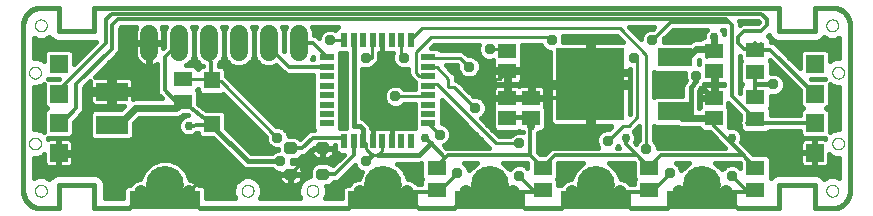
<source format=gbl>
G75*
%MOIN*%
%OFA0B0*%
%FSLAX25Y25*%
%IPPOS*%
%LPD*%
%AMOC8*
5,1,8,0,0,1.08239X$1,22.5*
%
%ADD10C,0.01600*%
%ADD11C,0.00000*%
%ADD12C,0.01200*%
%ADD13R,0.11811X0.06299*%
%ADD14R,0.22835X0.24409*%
%ADD15R,0.05906X0.05118*%
%ADD16C,0.04724*%
%ADD17C,0.12661*%
%ADD18R,0.23622X0.05906*%
%ADD19R,0.06299X0.05118*%
%ADD20R,0.02200X0.05000*%
%ADD21R,0.05000X0.02200*%
%ADD22R,0.05512X0.05512*%
%ADD23R,0.06000X0.06000*%
%ADD24C,0.02045*%
%ADD25R,0.10630X0.06299*%
%ADD26C,0.06000*%
%ADD27C,0.02969*%
%ADD28C,0.01000*%
%ADD29C,0.02400*%
%ADD30C,0.01500*%
%ADD31C,0.03750*%
D10*
X0008290Y0025656D02*
X0014195Y0025656D01*
X0014195Y0033530D01*
X0026006Y0033530D01*
X0026006Y0025656D01*
X0037817Y0025656D01*
X0035817Y0029256D02*
X0029606Y0029256D01*
X0029606Y0034246D01*
X0029058Y0035569D01*
X0028046Y0036582D01*
X0026722Y0037130D01*
X0013479Y0037130D01*
X0012156Y0036582D01*
X0011143Y0035569D01*
X0011109Y0035486D01*
X0010991Y0035604D01*
X0009238Y0036330D01*
X0007341Y0036330D01*
X0005984Y0035768D01*
X0005984Y0042541D01*
X0007270Y0042541D01*
X0009022Y0043267D01*
X0009195Y0043440D01*
X0009195Y0040370D01*
X0010367Y0039199D01*
X0018024Y0039199D01*
X0019195Y0040370D01*
X0019195Y0040622D01*
X0044982Y0040622D01*
X0044909Y0040592D01*
X0042566Y0038249D01*
X0041391Y0035412D01*
X0040887Y0035412D01*
X0039283Y0034747D01*
X0038097Y0033561D01*
X0036989Y0033561D01*
X0035817Y0032390D01*
X0035817Y0029256D01*
X0029606Y0029256D01*
X0029606Y0034246D01*
X0029058Y0035569D01*
X0028046Y0036582D01*
X0026722Y0037130D01*
X0013479Y0037130D01*
X0012156Y0036582D01*
X0011143Y0035569D01*
X0011109Y0035486D01*
X0010991Y0035604D01*
X0009238Y0036330D01*
X0007341Y0036330D01*
X0005984Y0035768D01*
X0005984Y0042541D01*
X0007270Y0042541D01*
X0009022Y0043267D01*
X0009395Y0043640D01*
X0009395Y0040962D01*
X0009518Y0040504D01*
X0009755Y0040094D01*
X0010090Y0039759D01*
X0010500Y0039522D01*
X0010958Y0039399D01*
X0013995Y0039399D01*
X0013995Y0043999D01*
X0014395Y0043999D01*
X0014395Y0039399D01*
X0017432Y0039399D01*
X0017890Y0039522D01*
X0018300Y0039759D01*
X0018636Y0040094D01*
X0018873Y0040504D01*
X0018995Y0040962D01*
X0018995Y0043999D01*
X0014395Y0043999D01*
X0014395Y0044399D01*
X0013995Y0044399D01*
X0013995Y0048999D01*
X0010958Y0048999D01*
X0010800Y0048957D01*
X0010700Y0049199D01*
X0010700Y0049199D01*
X0018024Y0049199D01*
X0019195Y0050370D01*
X0019195Y0054538D01*
X0021574Y0056916D01*
X0022305Y0057647D01*
X0022701Y0058603D01*
X0022701Y0065917D01*
X0024597Y0067813D01*
X0024597Y0060654D01*
X0025768Y0059482D01*
X0035623Y0059482D01*
X0034898Y0058758D01*
X0025768Y0058758D01*
X0024597Y0057586D01*
X0024597Y0049630D01*
X0025768Y0048459D01*
X0038055Y0048459D01*
X0039227Y0049630D01*
X0039227Y0054036D01*
X0041111Y0055920D01*
X0054005Y0055920D01*
X0055181Y0056407D01*
X0055500Y0056726D01*
X0057236Y0056726D01*
X0057272Y0056699D01*
X0056809Y0056699D01*
X0055529Y0056168D01*
X0054549Y0055188D01*
X0054018Y0053908D01*
X0054018Y0052522D01*
X0054549Y0051241D01*
X0055529Y0050261D01*
X0056809Y0049730D01*
X0058195Y0049730D01*
X0059476Y0050261D01*
X0060011Y0050795D01*
X0060620Y0050841D01*
X0060620Y0050221D01*
X0061792Y0049049D01*
X0065653Y0049049D01*
X0074856Y0039846D01*
X0075116Y0039586D01*
X0067811Y0039555D01*
X0066158Y0039555D01*
X0066158Y0043919D01*
X0065739Y0044930D01*
X0064966Y0045703D01*
X0063955Y0046122D01*
X0019195Y0046122D01*
X0019195Y0048027D01*
X0018024Y0049199D01*
X0010700Y0049199D01*
X0018024Y0049199D01*
X0019195Y0050370D01*
X0019195Y0054538D01*
X0021574Y0056916D01*
X0021574Y0056916D01*
X0022305Y0057647D01*
X0022701Y0058603D01*
X0022701Y0065917D01*
X0024797Y0068013D01*
X0024797Y0065407D01*
X0031137Y0065407D01*
X0031137Y0069582D01*
X0026365Y0069582D01*
X0033385Y0076601D01*
X0034116Y0077332D01*
X0034512Y0078288D01*
X0034512Y0085602D01*
X0034957Y0086048D01*
X0039843Y0086048D01*
X0039313Y0084768D01*
X0039313Y0076779D01*
X0040075Y0074941D01*
X0041481Y0073535D01*
X0043319Y0072774D01*
X0045308Y0072774D01*
X0047028Y0073486D01*
X0047028Y0064509D01*
X0047424Y0063553D01*
X0048156Y0062822D01*
X0048657Y0062320D01*
X0039227Y0062320D01*
X0039227Y0068610D01*
X0038055Y0069782D01*
X0026565Y0069782D01*
X0033385Y0076601D01*
X0034116Y0077332D01*
X0034512Y0078288D01*
X0034512Y0085602D01*
X0034957Y0086048D01*
X0040085Y0086048D01*
X0039865Y0085616D01*
X0039632Y0084898D01*
X0039513Y0084151D01*
X0039513Y0080974D01*
X0044113Y0080974D01*
X0044113Y0080574D01*
X0039513Y0080574D01*
X0039513Y0077396D01*
X0039632Y0076650D01*
X0039865Y0075931D01*
X0040208Y0075258D01*
X0040652Y0074647D01*
X0041186Y0074112D01*
X0041798Y0073668D01*
X0042471Y0073325D01*
X0043189Y0073092D01*
X0043936Y0072974D01*
X0044113Y0072974D01*
X0044113Y0080574D01*
X0044513Y0080574D01*
X0044513Y0072974D01*
X0044691Y0072974D01*
X0045437Y0073092D01*
X0046156Y0073325D01*
X0046829Y0073668D01*
X0047028Y0073813D01*
X0047028Y0064509D01*
X0047424Y0063553D01*
X0048156Y0062822D01*
X0048156Y0062822D01*
X0048657Y0062320D01*
X0039149Y0062320D01*
X0039027Y0062269D01*
X0039027Y0063857D01*
X0032687Y0063857D01*
X0032687Y0065407D01*
X0039027Y0065407D01*
X0039027Y0068019D01*
X0038904Y0068476D01*
X0038667Y0068887D01*
X0038332Y0069222D01*
X0037922Y0069459D01*
X0037464Y0069582D01*
X0032687Y0069582D01*
X0032687Y0065407D01*
X0031137Y0065407D01*
X0031137Y0063857D01*
X0032687Y0063857D01*
X0032687Y0059682D01*
X0035823Y0059682D01*
X0034898Y0058758D01*
X0025768Y0058758D01*
X0024597Y0057586D01*
X0024597Y0049630D01*
X0025768Y0048459D01*
X0038055Y0048459D01*
X0039227Y0049630D01*
X0039227Y0054036D01*
X0041111Y0055920D01*
X0054005Y0055920D01*
X0055181Y0056407D01*
X0055500Y0056726D01*
X0057236Y0056726D01*
X0057272Y0056699D01*
X0056809Y0056699D01*
X0055529Y0056168D01*
X0054549Y0055188D01*
X0054018Y0053908D01*
X0054018Y0052522D01*
X0054549Y0051241D01*
X0055529Y0050261D01*
X0056809Y0049730D01*
X0058195Y0049730D01*
X0059476Y0050261D01*
X0060011Y0050795D01*
X0060620Y0050841D01*
X0060620Y0050221D01*
X0061792Y0049049D01*
X0065653Y0049049D01*
X0074856Y0039846D01*
X0075630Y0039072D01*
X0076640Y0038654D01*
X0085284Y0038654D01*
X0085819Y0038119D01*
X0087243Y0037529D01*
X0087576Y0037529D01*
X0087576Y0037222D01*
X0091377Y0037222D01*
X0091377Y0036893D01*
X0087576Y0036893D01*
X0087576Y0035872D01*
X0087685Y0035327D01*
X0087898Y0034814D01*
X0088206Y0034351D01*
X0088600Y0033958D01*
X0089062Y0033649D01*
X0089576Y0033437D01*
X0090121Y0033328D01*
X0091377Y0033328D01*
X0091377Y0036893D01*
X0091706Y0036893D01*
X0091706Y0037222D01*
X0095507Y0037222D01*
X0095507Y0038242D01*
X0095399Y0038787D01*
X0095186Y0039301D01*
X0094877Y0039763D01*
X0094484Y0040156D01*
X0094022Y0040465D01*
X0093508Y0040678D01*
X0092963Y0040786D01*
X0091889Y0040786D01*
X0091889Y0041821D01*
X0092629Y0041821D01*
X0091889Y0041082D01*
X0091889Y0041821D01*
X0093286Y0041821D01*
X0094397Y0042281D01*
X0095247Y0043131D01*
X0095255Y0043150D01*
X0095831Y0043150D01*
X0096786Y0043546D01*
X0098238Y0044998D01*
X0098238Y0044565D01*
X0098346Y0044020D01*
X0098559Y0043506D01*
X0098868Y0043044D01*
X0099261Y0042651D01*
X0099723Y0042342D01*
X0100237Y0042129D01*
X0100782Y0042021D01*
X0102039Y0042021D01*
X0102039Y0045585D01*
X0102368Y0045585D01*
X0102368Y0042021D01*
X0103624Y0042021D01*
X0104169Y0042129D01*
X0104683Y0042342D01*
X0105145Y0042651D01*
X0105538Y0043044D01*
X0105847Y0043506D01*
X0106060Y0044020D01*
X0106168Y0044565D01*
X0106168Y0045586D01*
X0102368Y0045586D01*
X0102368Y0045915D01*
X0106168Y0045915D01*
X0106168Y0046678D01*
X0106371Y0046678D01*
X0106371Y0044797D01*
X0107542Y0043626D01*
X0109197Y0043626D01*
X0105578Y0040006D01*
X0105058Y0040526D01*
X0103947Y0040986D01*
X0100459Y0040986D01*
X0099348Y0040526D01*
X0098498Y0039676D01*
X0098038Y0038565D01*
X0098038Y0036330D01*
X0097892Y0036330D01*
X0096140Y0035604D01*
X0095440Y0034903D01*
X0095707Y0035549D01*
X0095707Y0037546D01*
X0100122Y0041961D01*
X0100459Y0041821D01*
X0103947Y0041821D01*
X0105058Y0042281D01*
X0105908Y0043131D01*
X0106368Y0044242D01*
X0106368Y0046678D01*
X0106371Y0046678D01*
X0106371Y0044797D01*
X0107542Y0043626D01*
X0109197Y0043626D01*
X0105578Y0040006D01*
X0105058Y0040526D01*
X0103947Y0040986D01*
X0100459Y0040986D01*
X0099348Y0040526D01*
X0098498Y0039676D01*
X0098038Y0038565D01*
X0098038Y0036330D01*
X0097892Y0036330D01*
X0096140Y0035604D01*
X0094798Y0034262D01*
X0094072Y0032510D01*
X0094072Y0030613D01*
X0094635Y0029256D01*
X0081394Y0029256D01*
X0081956Y0030613D01*
X0081956Y0032510D01*
X0081230Y0034262D01*
X0081080Y0034412D01*
X0087835Y0034441D01*
X0087837Y0034438D01*
X0088687Y0033588D01*
X0089798Y0033128D01*
X0093286Y0033128D01*
X0094397Y0033588D01*
X0094606Y0033797D01*
X0094072Y0032510D01*
X0094072Y0030613D01*
X0094635Y0029256D01*
X0081394Y0029256D01*
X0081956Y0030613D01*
X0081956Y0032510D01*
X0081230Y0034262D01*
X0079889Y0035604D01*
X0078136Y0036330D01*
X0076239Y0036330D01*
X0074486Y0035604D01*
X0073145Y0034262D01*
X0073261Y0034378D01*
X0068340Y0034357D01*
X0068334Y0034355D01*
X0067822Y0034355D01*
X0067311Y0034353D01*
X0067306Y0034355D01*
X0064485Y0034355D01*
X0062979Y0032849D01*
X0063439Y0032390D01*
X0063439Y0029256D01*
X0072981Y0029256D01*
X0072419Y0030613D01*
X0072419Y0032510D01*
X0073145Y0034262D01*
X0072419Y0032510D01*
X0072419Y0030613D01*
X0072981Y0029256D01*
X0063439Y0029256D01*
X0063439Y0032390D01*
X0062268Y0033561D01*
X0060822Y0033561D01*
X0060677Y0033761D01*
X0060214Y0034224D01*
X0059684Y0034609D01*
X0059100Y0034907D01*
X0058477Y0035109D01*
X0057957Y0035191D01*
X0056691Y0038249D01*
X0054347Y0040592D01*
X0054275Y0040622D01*
X0060658Y0040622D01*
X0060658Y0037882D01*
X0058188Y0035412D01*
X0057866Y0035412D01*
X0056691Y0038249D01*
X0054347Y0040592D01*
X0051285Y0041860D01*
X0047971Y0041860D01*
X0044909Y0040592D01*
X0042566Y0038249D01*
X0041391Y0035412D01*
X0040887Y0035412D01*
X0039283Y0034747D01*
X0038097Y0033561D01*
X0036989Y0033561D01*
X0035817Y0032390D01*
X0035817Y0029256D01*
X0035817Y0029593D02*
X0029606Y0029593D01*
X0035817Y0029593D01*
X0035817Y0031191D02*
X0029606Y0031191D01*
X0035817Y0031191D01*
X0036217Y0032790D02*
X0029606Y0032790D01*
X0036217Y0032790D01*
X0038924Y0034388D02*
X0029547Y0034388D01*
X0038924Y0034388D01*
X0041629Y0035987D02*
X0028640Y0035987D01*
X0041629Y0035987D01*
X0042291Y0037585D02*
X0005984Y0037585D01*
X0042291Y0037585D01*
X0043501Y0039184D02*
X0005984Y0039184D01*
X0043501Y0039184D01*
X0045368Y0040782D02*
X0018947Y0040782D01*
X0014395Y0040782D02*
X0013995Y0040782D01*
X0009443Y0040782D02*
X0005984Y0040782D01*
X0009195Y0040782D01*
X0009195Y0042381D02*
X0005984Y0042381D01*
X0009395Y0042381D01*
X0013995Y0042381D02*
X0014395Y0042381D01*
X0018995Y0042381D02*
X0072321Y0042381D01*
X0066158Y0042381D01*
X0066133Y0043979D02*
X0070723Y0043979D01*
X0018995Y0043979D01*
X0018995Y0044399D02*
X0018995Y0047436D01*
X0018873Y0047894D01*
X0018636Y0048304D01*
X0018300Y0048639D01*
X0017890Y0048876D01*
X0017432Y0048999D01*
X0014395Y0048999D01*
X0014395Y0044399D01*
X0018995Y0044399D01*
X0014395Y0043979D02*
X0013995Y0043979D01*
X0013995Y0045578D02*
X0014395Y0045578D01*
X0014395Y0047176D02*
X0013995Y0047176D01*
X0013995Y0048775D02*
X0014395Y0048775D01*
X0018066Y0048775D02*
X0025452Y0048775D01*
X0018448Y0048775D01*
X0018995Y0047176D02*
X0067526Y0047176D01*
X0019195Y0047176D01*
X0018995Y0045578D02*
X0069124Y0045578D01*
X0065091Y0045578D01*
X0065927Y0048775D02*
X0038371Y0048775D01*
X0065927Y0048775D01*
X0060620Y0050373D02*
X0059588Y0050373D01*
X0060620Y0050373D01*
X0055416Y0050373D02*
X0039227Y0050373D01*
X0055416Y0050373D01*
X0054246Y0051972D02*
X0039227Y0051972D01*
X0054246Y0051972D01*
X0054018Y0053570D02*
X0039227Y0053570D01*
X0054018Y0053570D01*
X0054540Y0055169D02*
X0040360Y0055169D01*
X0054540Y0055169D01*
X0060683Y0060637D02*
X0063416Y0058561D01*
X0068961Y0058561D01*
X0070132Y0057390D01*
X0070132Y0052348D01*
X0078326Y0044154D01*
X0085284Y0044154D01*
X0085819Y0044689D01*
X0087243Y0045279D01*
X0087376Y0045279D01*
X0087376Y0045403D01*
X0086259Y0045403D01*
X0084835Y0045993D01*
X0083745Y0047083D01*
X0083155Y0048507D01*
X0083155Y0049617D01*
X0069058Y0063714D01*
X0068961Y0063616D01*
X0061792Y0063616D01*
X0060620Y0064788D01*
X0060620Y0065315D01*
X0060331Y0065026D01*
X0060683Y0064673D01*
X0060683Y0060637D01*
X0060683Y0061563D02*
X0071209Y0061563D01*
X0072808Y0059964D02*
X0061569Y0059964D01*
X0060683Y0063161D02*
X0069611Y0063161D01*
X0075083Y0064760D02*
X0099094Y0064760D01*
X0099094Y0066358D02*
X0073485Y0066358D01*
X0071886Y0067957D02*
X0099094Y0067957D01*
X0099094Y0069555D02*
X0070288Y0069555D01*
X0070132Y0069711D02*
X0070132Y0071956D01*
X0068961Y0073128D01*
X0067578Y0073128D01*
X0067512Y0073901D01*
X0068552Y0074941D01*
X0069313Y0076779D01*
X0069313Y0084768D01*
X0068783Y0086048D01*
X0069843Y0086048D01*
X0069313Y0084768D01*
X0069313Y0076779D01*
X0070075Y0074941D01*
X0071481Y0073535D01*
X0073319Y0072774D01*
X0075308Y0072774D01*
X0077146Y0073535D01*
X0078552Y0074941D01*
X0079313Y0076779D01*
X0079313Y0084768D01*
X0078783Y0086048D01*
X0079843Y0086048D01*
X0079313Y0084768D01*
X0079313Y0076779D01*
X0080075Y0074941D01*
X0081481Y0073535D01*
X0083319Y0072774D01*
X0085308Y0072774D01*
X0086799Y0073391D01*
X0088763Y0071427D01*
X0089494Y0070696D01*
X0090450Y0070300D01*
X0099094Y0070300D01*
X0099094Y0052074D01*
X0099290Y0051878D01*
X0098324Y0051878D01*
X0097368Y0051482D01*
X0096637Y0050750D01*
X0094751Y0048865D01*
X0094397Y0049219D01*
X0093286Y0049679D01*
X0090905Y0049679D01*
X0090905Y0050048D01*
X0090315Y0051473D01*
X0089225Y0052563D01*
X0087801Y0053153D01*
X0086690Y0053153D01*
X0070449Y0069395D01*
X0070132Y0069711D01*
X0070449Y0069395D02*
X0070449Y0069395D01*
X0070132Y0071154D02*
X0089036Y0071154D01*
X0087437Y0072752D02*
X0069336Y0072752D01*
X0070665Y0074351D02*
X0067962Y0074351D01*
X0068970Y0075949D02*
X0069657Y0075949D01*
X0069313Y0077548D02*
X0069313Y0077548D01*
X0069313Y0079146D02*
X0069313Y0079146D01*
X0069313Y0080745D02*
X0069313Y0080745D01*
X0069313Y0082343D02*
X0069313Y0082343D01*
X0069313Y0083942D02*
X0069313Y0083942D01*
X0068994Y0085541D02*
X0069633Y0085541D01*
X0059843Y0086048D02*
X0059313Y0084768D01*
X0058783Y0086048D01*
X0059843Y0086048D01*
X0059633Y0085541D02*
X0058994Y0085541D01*
X0059313Y0084768D02*
X0059313Y0076779D01*
X0058552Y0074941D01*
X0057146Y0073535D01*
X0056639Y0073325D01*
X0059512Y0073325D01*
X0060683Y0072153D01*
X0060683Y0072019D01*
X0061792Y0073128D01*
X0062359Y0073128D01*
X0062355Y0073173D01*
X0061481Y0073535D01*
X0060075Y0074941D01*
X0059313Y0076779D01*
X0059313Y0084768D01*
X0059313Y0083942D02*
X0059313Y0083942D01*
X0059313Y0082343D02*
X0059313Y0082343D01*
X0059313Y0080745D02*
X0059313Y0080745D01*
X0059313Y0079146D02*
X0059313Y0079146D01*
X0059313Y0077548D02*
X0059313Y0077548D01*
X0058970Y0075949D02*
X0059657Y0075949D01*
X0060665Y0074351D02*
X0057962Y0074351D01*
X0060084Y0072752D02*
X0061416Y0072752D01*
X0047028Y0072752D02*
X0029536Y0072752D01*
X0047028Y0072752D01*
X0047028Y0071154D02*
X0027937Y0071154D01*
X0047028Y0071154D01*
X0047028Y0069555D02*
X0038281Y0069555D01*
X0037561Y0069555D02*
X0047028Y0069555D01*
X0047028Y0067957D02*
X0039227Y0067957D01*
X0039027Y0067957D02*
X0047028Y0067957D01*
X0047028Y0066358D02*
X0039227Y0066358D01*
X0039027Y0066358D02*
X0047028Y0066358D01*
X0047028Y0064760D02*
X0039227Y0064760D01*
X0039227Y0063161D02*
X0047816Y0063161D01*
X0039027Y0063161D01*
X0032687Y0063161D02*
X0031137Y0063161D01*
X0031137Y0063857D02*
X0031137Y0059682D01*
X0026360Y0059682D01*
X0025902Y0059805D01*
X0025492Y0060042D01*
X0025156Y0060377D01*
X0024920Y0060788D01*
X0024797Y0061245D01*
X0024797Y0063857D01*
X0031137Y0063857D01*
X0031137Y0064760D02*
X0022701Y0064760D01*
X0024597Y0064760D01*
X0024597Y0066358D02*
X0023142Y0066358D01*
X0024797Y0066358D01*
X0024797Y0067957D02*
X0024740Y0067957D01*
X0031137Y0067957D02*
X0032687Y0067957D01*
X0032687Y0069555D02*
X0031137Y0069555D01*
X0031137Y0066358D02*
X0032687Y0066358D01*
X0032687Y0064760D02*
X0047028Y0064760D01*
X0060597Y0064760D02*
X0060648Y0064760D01*
X0076682Y0063161D02*
X0099094Y0063161D01*
X0099094Y0061563D02*
X0078280Y0061563D01*
X0079879Y0059964D02*
X0099094Y0059964D01*
X0099094Y0058366D02*
X0081477Y0058366D01*
X0083076Y0056767D02*
X0099094Y0056767D01*
X0099094Y0055169D02*
X0084674Y0055169D01*
X0086273Y0053570D02*
X0099094Y0053570D01*
X0099196Y0051972D02*
X0089816Y0051972D01*
X0090770Y0050373D02*
X0096260Y0050373D01*
X0108094Y0052626D02*
X0109888Y0052626D01*
X0109870Y0052668D01*
X0109870Y0077426D01*
X0108094Y0077426D01*
X0108094Y0052626D01*
X0108094Y0053570D02*
X0109870Y0053570D01*
X0109870Y0055169D02*
X0108094Y0055169D01*
X0108094Y0056767D02*
X0109870Y0056767D01*
X0109870Y0058366D02*
X0108094Y0058366D01*
X0108094Y0059964D02*
X0109870Y0059964D01*
X0109870Y0061563D02*
X0108094Y0061563D01*
X0108094Y0063161D02*
X0109870Y0063161D01*
X0109870Y0064760D02*
X0108094Y0064760D01*
X0108094Y0066358D02*
X0109870Y0066358D01*
X0109870Y0067957D02*
X0108094Y0067957D01*
X0108094Y0069555D02*
X0109870Y0069555D01*
X0109870Y0071154D02*
X0108094Y0071154D01*
X0108094Y0072752D02*
X0109870Y0072752D01*
X0109870Y0074351D02*
X0108094Y0074351D01*
X0108094Y0075949D02*
X0109870Y0075949D01*
X0117328Y0071977D02*
X0118752Y0072567D01*
X0119843Y0073657D01*
X0119860Y0073699D01*
X0119942Y0073733D01*
X0120645Y0074436D01*
X0121026Y0075355D01*
X0121026Y0077604D01*
X0121048Y0077626D01*
X0122069Y0077626D01*
X0122069Y0081926D01*
X0122069Y0081926D01*
X0122069Y0077626D01*
X0123090Y0077626D01*
X0123290Y0077426D01*
X0125810Y0077426D01*
X0125478Y0076623D01*
X0125478Y0075082D01*
X0126068Y0073657D01*
X0127158Y0072567D01*
X0128582Y0071977D01*
X0130124Y0071977D01*
X0130790Y0072253D01*
X0130790Y0070434D01*
X0131170Y0069515D01*
X0131874Y0068812D01*
X0132858Y0067828D01*
X0132894Y0067812D01*
X0132894Y0065557D01*
X0129380Y0065557D01*
X0128595Y0066342D01*
X0127171Y0066932D01*
X0125629Y0066932D01*
X0124205Y0066342D01*
X0123115Y0065252D01*
X0122525Y0063828D01*
X0122525Y0062286D01*
X0123115Y0060862D01*
X0124205Y0059772D01*
X0125629Y0059182D01*
X0127171Y0059182D01*
X0128595Y0059772D01*
X0129380Y0060557D01*
X0132894Y0060557D01*
X0132894Y0052626D01*
X0127719Y0052626D01*
X0127719Y0054893D01*
X0127338Y0055812D01*
X0126551Y0056599D01*
X0125848Y0057303D01*
X0124929Y0057683D01*
X0120042Y0057683D01*
X0120042Y0057845D01*
X0119511Y0059125D01*
X0118531Y0060105D01*
X0117251Y0060636D01*
X0115864Y0060636D01*
X0115370Y0060431D01*
X0115370Y0072150D01*
X0115787Y0071977D01*
X0117105Y0071977D01*
X0117541Y0070926D01*
X0118521Y0069946D01*
X0119801Y0069415D01*
X0121188Y0069415D01*
X0122468Y0069946D01*
X0123448Y0070926D01*
X0123979Y0072207D01*
X0123979Y0072848D01*
X0124582Y0073452D01*
X0124963Y0074371D01*
X0124963Y0077426D01*
X0125810Y0077426D01*
X0125478Y0076623D01*
X0125478Y0075082D01*
X0126068Y0073657D01*
X0127158Y0072567D01*
X0128582Y0071977D01*
X0130124Y0071977D01*
X0130790Y0072253D01*
X0130790Y0070434D01*
X0131170Y0069515D01*
X0131874Y0068812D01*
X0132858Y0067828D01*
X0132894Y0067812D01*
X0132894Y0065557D01*
X0129380Y0065557D01*
X0128595Y0066342D01*
X0127171Y0066932D01*
X0125629Y0066932D01*
X0124205Y0066342D01*
X0123115Y0065252D01*
X0122525Y0063828D01*
X0122525Y0062286D01*
X0123115Y0060862D01*
X0124205Y0059772D01*
X0125629Y0059182D01*
X0127171Y0059182D01*
X0128595Y0059772D01*
X0129380Y0060557D01*
X0132894Y0060557D01*
X0132894Y0052626D01*
X0130297Y0052626D01*
X0126440Y0052626D01*
X0126240Y0052426D01*
X0125219Y0052426D01*
X0125219Y0048126D01*
X0125219Y0048126D01*
X0125219Y0052426D01*
X0124198Y0052426D01*
X0123998Y0052626D01*
X0120141Y0052626D01*
X0119941Y0052426D01*
X0118920Y0052426D01*
X0118920Y0048168D01*
X0118920Y0048168D01*
X0118920Y0052426D01*
X0118323Y0052426D01*
X0118323Y0052777D01*
X0117905Y0053788D01*
X0117131Y0054562D01*
X0116147Y0055546D01*
X0115370Y0055868D01*
X0115370Y0072150D01*
X0115787Y0071977D01*
X0117328Y0071977D01*
X0117446Y0071154D02*
X0115370Y0071154D01*
X0130790Y0071154D01*
X0123543Y0071154D01*
X0121525Y0069555D02*
X0131154Y0069555D01*
X0115370Y0069555D01*
X0119464Y0069555D01*
X0115370Y0067957D02*
X0132729Y0067957D01*
X0115370Y0067957D01*
X0115370Y0066358D02*
X0124244Y0066358D01*
X0115370Y0066358D01*
X0115370Y0064760D02*
X0122911Y0064760D01*
X0115370Y0064760D01*
X0115370Y0063161D02*
X0122525Y0063161D01*
X0115370Y0063161D01*
X0115370Y0061563D02*
X0122825Y0061563D01*
X0115370Y0061563D01*
X0115370Y0059964D02*
X0124013Y0059964D01*
X0118672Y0059964D01*
X0119826Y0058366D02*
X0132894Y0058366D01*
X0115370Y0058366D01*
X0115370Y0056767D02*
X0132894Y0056767D01*
X0126383Y0056767D01*
X0127605Y0055169D02*
X0132894Y0055169D01*
X0116524Y0055169D01*
X0117995Y0053570D02*
X0132894Y0053570D01*
X0127719Y0053570D01*
X0125219Y0051972D02*
X0125219Y0051972D01*
X0125219Y0050373D02*
X0125219Y0050373D01*
X0125219Y0048775D02*
X0125219Y0048775D01*
X0118920Y0048775D02*
X0118920Y0048775D01*
X0118920Y0050373D02*
X0118920Y0050373D01*
X0118920Y0051972D02*
X0118920Y0051972D01*
X0121026Y0052626D02*
X0121026Y0052683D01*
X0122719Y0052683D01*
X0122719Y0052626D01*
X0121026Y0052626D01*
X0106371Y0045578D02*
X0106368Y0045578D01*
X0106371Y0045578D02*
X0106168Y0045578D01*
X0102368Y0045578D02*
X0102039Y0045578D01*
X0102038Y0045586D02*
X0098826Y0045586D01*
X0099155Y0045915D01*
X0102038Y0045915D01*
X0102038Y0045586D01*
X0102039Y0043979D02*
X0102368Y0043979D01*
X0106043Y0043979D02*
X0107189Y0043979D01*
X0106260Y0043979D01*
X0105158Y0042381D02*
X0107952Y0042381D01*
X0104741Y0042381D01*
X0102368Y0042381D02*
X0102039Y0042381D01*
X0099666Y0042381D02*
X0094496Y0042381D01*
X0092983Y0040782D02*
X0099966Y0040782D01*
X0098944Y0040782D01*
X0098294Y0039184D02*
X0097345Y0039184D01*
X0098294Y0039184D02*
X0095234Y0039184D01*
X0095507Y0037585D02*
X0098038Y0037585D01*
X0095747Y0037585D01*
X0095507Y0036893D02*
X0091706Y0036893D01*
X0091706Y0033328D01*
X0092963Y0033328D01*
X0093508Y0033437D01*
X0094022Y0033649D01*
X0094484Y0033958D01*
X0094877Y0034351D01*
X0095186Y0034814D01*
X0095399Y0035327D01*
X0095507Y0035872D01*
X0095507Y0036893D01*
X0095507Y0035987D02*
X0097064Y0035987D01*
X0095707Y0035987D01*
X0094924Y0034388D02*
X0094902Y0034388D01*
X0091706Y0034388D02*
X0091377Y0034388D01*
X0091377Y0035987D02*
X0091706Y0035987D01*
X0088182Y0034388D02*
X0081104Y0034388D01*
X0087887Y0034388D01*
X0087576Y0035987D02*
X0078964Y0035987D01*
X0075411Y0035987D02*
X0057628Y0035987D01*
X0058763Y0035987D01*
X0059988Y0034388D02*
X0073271Y0034388D01*
X0072535Y0032790D02*
X0063039Y0032790D01*
X0072535Y0032790D01*
X0072419Y0031191D02*
X0063439Y0031191D01*
X0072419Y0031191D01*
X0072841Y0029593D02*
X0063439Y0029593D01*
X0072841Y0029593D01*
X0081533Y0029593D02*
X0094495Y0029593D01*
X0081533Y0029593D01*
X0081956Y0031191D02*
X0094072Y0031191D01*
X0081956Y0031191D01*
X0081840Y0032790D02*
X0094188Y0032790D01*
X0081840Y0032790D01*
X0087107Y0037585D02*
X0056966Y0037585D01*
X0060361Y0037585D01*
X0060658Y0039184D02*
X0055756Y0039184D01*
X0075518Y0039184D01*
X0073920Y0040782D02*
X0066158Y0040782D01*
X0073920Y0040782D02*
X0053888Y0040782D01*
X0075304Y0047176D02*
X0083706Y0047176D01*
X0085836Y0045578D02*
X0076902Y0045578D01*
X0073705Y0048775D02*
X0083155Y0048775D01*
X0082399Y0050373D02*
X0072107Y0050373D01*
X0070508Y0051972D02*
X0080800Y0051972D01*
X0079202Y0053570D02*
X0070132Y0053570D01*
X0070132Y0055169D02*
X0077603Y0055169D01*
X0076005Y0056767D02*
X0070132Y0056767D01*
X0069156Y0058366D02*
X0074406Y0058366D01*
X0097219Y0043979D02*
X0098363Y0043979D01*
X0104440Y0040782D02*
X0106354Y0040782D01*
X0104440Y0040782D01*
X0112109Y0039184D02*
X0113297Y0039184D01*
X0113272Y0039209D02*
X0112939Y0040014D01*
X0107778Y0034853D01*
X0106823Y0034457D01*
X0105916Y0034457D01*
X0105908Y0034438D01*
X0105058Y0033588D01*
X0103947Y0033128D01*
X0103353Y0033128D01*
X0103609Y0032510D01*
X0103609Y0030613D01*
X0103047Y0029256D01*
X0108652Y0029256D01*
X0108652Y0032390D01*
X0109824Y0033561D01*
X0110932Y0033561D01*
X0112118Y0034747D01*
X0113721Y0035412D01*
X0114225Y0035412D01*
X0115203Y0037771D01*
X0114362Y0038119D01*
X0113272Y0039209D01*
X0115126Y0037585D02*
X0110510Y0037585D01*
X0108912Y0035987D02*
X0114464Y0035987D01*
X0111759Y0034388D02*
X0105858Y0034388D01*
X0103493Y0032790D02*
X0109052Y0032790D01*
X0108652Y0031191D02*
X0103609Y0031191D01*
X0103187Y0029593D02*
X0108652Y0029593D01*
X0110652Y0025656D02*
X0061439Y0025656D01*
X0011561Y0035987D02*
X0010066Y0035987D01*
X0011561Y0035987D01*
X0006513Y0035987D02*
X0005984Y0035987D01*
X0006513Y0035987D01*
X0002384Y0031561D02*
X0002386Y0031409D01*
X0002392Y0031257D01*
X0002402Y0031105D01*
X0002415Y0030954D01*
X0002433Y0030803D01*
X0002454Y0030652D01*
X0002480Y0030502D01*
X0002509Y0030353D01*
X0002542Y0030204D01*
X0002579Y0030057D01*
X0002619Y0029910D01*
X0002664Y0029765D01*
X0002712Y0029621D01*
X0002764Y0029478D01*
X0002819Y0029336D01*
X0002878Y0029196D01*
X0002941Y0029057D01*
X0003007Y0028920D01*
X0003077Y0028785D01*
X0003150Y0028652D01*
X0003227Y0028521D01*
X0003307Y0028391D01*
X0003390Y0028264D01*
X0003476Y0028139D01*
X0003566Y0028016D01*
X0003659Y0027896D01*
X0003755Y0027778D01*
X0003854Y0027662D01*
X0003956Y0027549D01*
X0004060Y0027439D01*
X0004168Y0027331D01*
X0004278Y0027227D01*
X0004391Y0027125D01*
X0004507Y0027026D01*
X0004625Y0026930D01*
X0004745Y0026837D01*
X0004868Y0026747D01*
X0004993Y0026661D01*
X0005120Y0026578D01*
X0005250Y0026498D01*
X0005381Y0026421D01*
X0005514Y0026348D01*
X0005649Y0026278D01*
X0005786Y0026212D01*
X0005925Y0026149D01*
X0006065Y0026090D01*
X0006207Y0026035D01*
X0006350Y0025983D01*
X0006494Y0025935D01*
X0006639Y0025890D01*
X0006786Y0025850D01*
X0006933Y0025813D01*
X0007082Y0025780D01*
X0007231Y0025751D01*
X0007381Y0025725D01*
X0007532Y0025704D01*
X0007683Y0025686D01*
X0007834Y0025673D01*
X0007986Y0025663D01*
X0008138Y0025657D01*
X0008290Y0025655D01*
X0002384Y0031561D02*
X0002384Y0086679D01*
X0002386Y0086831D01*
X0002392Y0086983D01*
X0002402Y0087135D01*
X0002415Y0087286D01*
X0002433Y0087437D01*
X0002454Y0087588D01*
X0002480Y0087738D01*
X0002509Y0087887D01*
X0002542Y0088036D01*
X0002579Y0088183D01*
X0002619Y0088330D01*
X0002664Y0088475D01*
X0002712Y0088619D01*
X0002764Y0088762D01*
X0002819Y0088904D01*
X0002878Y0089044D01*
X0002941Y0089183D01*
X0003007Y0089320D01*
X0003077Y0089455D01*
X0003150Y0089588D01*
X0003227Y0089719D01*
X0003307Y0089849D01*
X0003390Y0089976D01*
X0003476Y0090101D01*
X0003566Y0090224D01*
X0003659Y0090344D01*
X0003755Y0090462D01*
X0003854Y0090578D01*
X0003956Y0090691D01*
X0004060Y0090801D01*
X0004168Y0090909D01*
X0004278Y0091013D01*
X0004391Y0091115D01*
X0004507Y0091214D01*
X0004625Y0091310D01*
X0004745Y0091403D01*
X0004868Y0091493D01*
X0004993Y0091579D01*
X0005120Y0091662D01*
X0005250Y0091742D01*
X0005381Y0091819D01*
X0005514Y0091892D01*
X0005649Y0091962D01*
X0005786Y0092028D01*
X0005925Y0092091D01*
X0006065Y0092150D01*
X0006207Y0092205D01*
X0006350Y0092257D01*
X0006494Y0092305D01*
X0006639Y0092350D01*
X0006786Y0092390D01*
X0006933Y0092427D01*
X0007082Y0092460D01*
X0007231Y0092489D01*
X0007381Y0092515D01*
X0007532Y0092536D01*
X0007683Y0092554D01*
X0007834Y0092567D01*
X0007986Y0092577D01*
X0008138Y0092583D01*
X0008290Y0092585D01*
X0014195Y0092585D01*
X0014195Y0084711D01*
X0026006Y0084711D01*
X0026006Y0092585D01*
X0254353Y0092585D01*
X0254353Y0084711D01*
X0266164Y0084711D01*
X0266164Y0092585D01*
X0272069Y0092585D01*
X0272221Y0092583D01*
X0272373Y0092577D01*
X0272525Y0092567D01*
X0272676Y0092554D01*
X0272827Y0092536D01*
X0272978Y0092515D01*
X0273128Y0092489D01*
X0273277Y0092460D01*
X0273426Y0092427D01*
X0273573Y0092390D01*
X0273720Y0092350D01*
X0273865Y0092305D01*
X0274009Y0092257D01*
X0274152Y0092205D01*
X0274294Y0092150D01*
X0274434Y0092091D01*
X0274573Y0092028D01*
X0274710Y0091962D01*
X0274845Y0091892D01*
X0274978Y0091819D01*
X0275109Y0091742D01*
X0275239Y0091662D01*
X0275366Y0091579D01*
X0275491Y0091493D01*
X0275614Y0091403D01*
X0275734Y0091310D01*
X0275852Y0091214D01*
X0275968Y0091115D01*
X0276081Y0091013D01*
X0276191Y0090909D01*
X0276299Y0090801D01*
X0276403Y0090691D01*
X0276505Y0090578D01*
X0276604Y0090462D01*
X0276700Y0090344D01*
X0276793Y0090224D01*
X0276883Y0090101D01*
X0276969Y0089976D01*
X0277052Y0089849D01*
X0277132Y0089719D01*
X0277209Y0089588D01*
X0277282Y0089455D01*
X0277352Y0089320D01*
X0277418Y0089183D01*
X0277481Y0089044D01*
X0277540Y0088904D01*
X0277595Y0088762D01*
X0277647Y0088619D01*
X0277695Y0088475D01*
X0277740Y0088330D01*
X0277780Y0088183D01*
X0277817Y0088036D01*
X0277850Y0087887D01*
X0277879Y0087738D01*
X0277905Y0087588D01*
X0277926Y0087437D01*
X0277944Y0087286D01*
X0277957Y0087135D01*
X0277967Y0086983D01*
X0277973Y0086831D01*
X0277975Y0086679D01*
X0277975Y0031561D01*
X0277973Y0031409D01*
X0277967Y0031257D01*
X0277957Y0031105D01*
X0277944Y0030954D01*
X0277926Y0030803D01*
X0277905Y0030652D01*
X0277879Y0030502D01*
X0277850Y0030353D01*
X0277817Y0030204D01*
X0277780Y0030057D01*
X0277740Y0029910D01*
X0277695Y0029765D01*
X0277647Y0029621D01*
X0277595Y0029478D01*
X0277540Y0029336D01*
X0277481Y0029196D01*
X0277418Y0029057D01*
X0277352Y0028920D01*
X0277282Y0028785D01*
X0277209Y0028652D01*
X0277132Y0028521D01*
X0277052Y0028391D01*
X0276969Y0028264D01*
X0276883Y0028139D01*
X0276793Y0028016D01*
X0276700Y0027896D01*
X0276604Y0027778D01*
X0276505Y0027662D01*
X0276403Y0027549D01*
X0276299Y0027439D01*
X0276191Y0027331D01*
X0276081Y0027227D01*
X0275968Y0027125D01*
X0275852Y0027026D01*
X0275734Y0026930D01*
X0275614Y0026837D01*
X0275491Y0026747D01*
X0275366Y0026661D01*
X0275239Y0026578D01*
X0275109Y0026498D01*
X0274978Y0026421D01*
X0274845Y0026348D01*
X0274710Y0026278D01*
X0274573Y0026212D01*
X0274434Y0026149D01*
X0274294Y0026090D01*
X0274152Y0026035D01*
X0274009Y0025983D01*
X0273865Y0025935D01*
X0273720Y0025890D01*
X0273573Y0025850D01*
X0273426Y0025813D01*
X0273277Y0025780D01*
X0273128Y0025751D01*
X0272978Y0025725D01*
X0272827Y0025704D01*
X0272676Y0025686D01*
X0272525Y0025673D01*
X0272373Y0025663D01*
X0272221Y0025657D01*
X0272069Y0025655D01*
X0272069Y0025656D02*
X0266164Y0025656D01*
X0266164Y0033530D01*
X0254353Y0033530D01*
X0254353Y0025656D01*
X0240573Y0025656D01*
X0216951Y0025656D02*
X0205140Y0025656D01*
X0204772Y0033649D02*
X0203674Y0034747D01*
X0202071Y0035412D01*
X0201567Y0035412D01*
X0200392Y0038249D01*
X0198048Y0040592D01*
X0197613Y0040772D01*
X0205835Y0040772D01*
X0205896Y0040711D01*
X0205896Y0035851D01*
X0206249Y0035498D01*
X0205896Y0035145D01*
X0205896Y0033649D01*
X0204772Y0033649D01*
X0204033Y0034388D02*
X0205896Y0034388D01*
X0205896Y0035987D02*
X0201328Y0035987D01*
X0200666Y0037585D02*
X0205896Y0037585D01*
X0205896Y0039184D02*
X0199456Y0039184D01*
X0189045Y0040772D02*
X0188610Y0040592D01*
X0186267Y0038249D01*
X0185092Y0035412D01*
X0184587Y0035412D01*
X0182984Y0034747D01*
X0181798Y0033561D01*
X0180762Y0033561D01*
X0180762Y0035145D01*
X0180410Y0035498D01*
X0180762Y0035851D01*
X0180762Y0040772D01*
X0189045Y0040772D01*
X0187202Y0039184D02*
X0180762Y0039184D01*
X0180762Y0037585D02*
X0185992Y0037585D01*
X0185330Y0035987D02*
X0180762Y0035987D01*
X0180762Y0034388D02*
X0182625Y0034388D01*
X0170463Y0039238D02*
X0169934Y0039767D01*
X0168509Y0040357D01*
X0166968Y0040357D01*
X0165544Y0039767D01*
X0164492Y0038715D01*
X0162615Y0040592D01*
X0162180Y0040772D01*
X0170402Y0040772D01*
X0170463Y0040711D01*
X0170463Y0039238D01*
X0164960Y0039184D02*
X0164023Y0039184D01*
X0153612Y0040772D02*
X0153177Y0040592D01*
X0150909Y0038324D01*
X0150354Y0039662D01*
X0149264Y0040752D01*
X0149215Y0040772D01*
X0153612Y0040772D01*
X0151769Y0039184D02*
X0150552Y0039184D01*
X0135030Y0039184D02*
X0128590Y0039184D01*
X0129525Y0038249D02*
X0127182Y0040592D01*
X0127109Y0040622D01*
X0133727Y0040622D01*
X0134821Y0040622D01*
X0135030Y0040709D01*
X0135030Y0035851D01*
X0135383Y0035498D01*
X0135030Y0035145D01*
X0135030Y0033649D01*
X0133906Y0033649D01*
X0132808Y0034747D01*
X0131205Y0035412D01*
X0130701Y0035412D01*
X0129525Y0038249D01*
X0129800Y0037585D02*
X0135030Y0037585D01*
X0135030Y0035987D02*
X0130462Y0035987D01*
X0133167Y0034388D02*
X0135030Y0034388D01*
X0134274Y0025656D02*
X0146085Y0025656D01*
X0169707Y0025656D02*
X0181518Y0025656D01*
X0220130Y0040752D02*
X0221220Y0039662D01*
X0221775Y0038324D01*
X0224043Y0040592D01*
X0224478Y0040772D01*
X0220081Y0040772D01*
X0220130Y0040752D01*
X0221418Y0039184D02*
X0222635Y0039184D01*
X0233046Y0040772D02*
X0241268Y0040772D01*
X0241329Y0040711D01*
X0241329Y0039238D01*
X0240800Y0039767D01*
X0239376Y0040357D01*
X0237834Y0040357D01*
X0236410Y0039767D01*
X0235358Y0038715D01*
X0233481Y0040592D01*
X0233046Y0040772D01*
X0234890Y0039184D02*
X0235826Y0039184D01*
X0244885Y0044509D02*
X0244746Y0044845D01*
X0244015Y0045576D01*
X0244014Y0045576D01*
X0241772Y0047819D01*
X0242089Y0048585D01*
X0242089Y0049971D01*
X0241559Y0051251D01*
X0240578Y0052231D01*
X0239298Y0052762D01*
X0237912Y0052762D01*
X0237652Y0052654D01*
X0237652Y0060530D01*
X0241329Y0056853D01*
X0241329Y0055215D01*
X0241314Y0055178D01*
X0241123Y0054716D01*
X0241123Y0054700D01*
X0241117Y0054684D01*
X0241123Y0054182D01*
X0241123Y0053682D01*
X0241129Y0053667D01*
X0241129Y0053650D01*
X0241327Y0053188D01*
X0241329Y0053184D01*
X0241329Y0051993D01*
X0242501Y0050821D01*
X0250457Y0050821D01*
X0251235Y0051599D01*
X0261164Y0051599D01*
X0261164Y0050370D01*
X0262335Y0049199D01*
X0269659Y0049199D01*
X0262335Y0049199D01*
X0269659Y0049199D01*
X0269659Y0049199D01*
X0269559Y0048957D01*
X0269401Y0048999D01*
X0266364Y0048999D01*
X0266364Y0044399D01*
X0265964Y0044399D01*
X0265964Y0048999D01*
X0262927Y0048999D01*
X0262469Y0048876D01*
X0262059Y0048639D01*
X0261723Y0048304D01*
X0261486Y0047894D01*
X0261364Y0047436D01*
X0261364Y0044399D01*
X0265964Y0044399D01*
X0265964Y0043999D01*
X0266364Y0043999D01*
X0266364Y0039399D01*
X0269401Y0039399D01*
X0269859Y0039522D01*
X0270269Y0039759D01*
X0270604Y0040094D01*
X0270841Y0040504D01*
X0270964Y0040962D01*
X0270964Y0043640D01*
X0271337Y0043267D01*
X0273089Y0042541D01*
X0274375Y0042541D01*
X0274375Y0035768D01*
X0273018Y0036330D01*
X0271121Y0036330D01*
X0269368Y0035604D01*
X0269250Y0035486D01*
X0269216Y0035569D01*
X0268203Y0036582D01*
X0266880Y0037130D01*
X0253637Y0037130D01*
X0252314Y0036582D01*
X0251628Y0035896D01*
X0251628Y0042626D01*
X0250457Y0043797D01*
X0245597Y0043797D01*
X0244885Y0044509D01*
X0244746Y0044845D01*
X0241772Y0047819D01*
X0242089Y0048585D01*
X0242089Y0049971D01*
X0241559Y0051251D01*
X0240578Y0052231D01*
X0239298Y0052762D01*
X0237912Y0052762D01*
X0237652Y0052654D01*
X0237652Y0059161D01*
X0237387Y0059427D01*
X0237452Y0059671D01*
X0237452Y0060730D01*
X0241329Y0056853D01*
X0241329Y0055215D01*
X0241315Y0055179D01*
X0241123Y0054716D01*
X0241123Y0054700D01*
X0241117Y0054684D01*
X0241123Y0054183D01*
X0241123Y0053682D01*
X0241129Y0053667D01*
X0241129Y0053650D01*
X0241327Y0053189D01*
X0241329Y0053184D01*
X0241329Y0051993D01*
X0242501Y0050821D01*
X0250457Y0050821D01*
X0251235Y0051599D01*
X0261164Y0051599D01*
X0261164Y0050370D01*
X0262335Y0049199D01*
X0261164Y0048027D01*
X0261164Y0040370D01*
X0262335Y0039199D01*
X0269992Y0039199D01*
X0271164Y0040370D01*
X0271164Y0043440D01*
X0271337Y0043267D01*
X0273089Y0042541D01*
X0274375Y0042541D01*
X0274375Y0035768D01*
X0273018Y0036330D01*
X0271121Y0036330D01*
X0269368Y0035604D01*
X0269250Y0035486D01*
X0269216Y0035569D01*
X0268203Y0036582D01*
X0266880Y0037130D01*
X0253637Y0037130D01*
X0252314Y0036582D01*
X0251628Y0035896D01*
X0251628Y0042626D01*
X0250457Y0043797D01*
X0245597Y0043797D01*
X0244885Y0044509D01*
X0245415Y0043979D02*
X0261364Y0043979D01*
X0261364Y0043999D02*
X0261364Y0040962D01*
X0261486Y0040504D01*
X0261723Y0040094D01*
X0262059Y0039759D01*
X0262469Y0039522D01*
X0262927Y0039399D01*
X0265964Y0039399D01*
X0265964Y0043999D01*
X0261364Y0043999D01*
X0261164Y0043979D02*
X0245415Y0043979D01*
X0244013Y0045578D02*
X0261364Y0045578D01*
X0261164Y0045578D02*
X0244013Y0045578D01*
X0242415Y0047176D02*
X0261364Y0047176D01*
X0261164Y0047176D02*
X0242415Y0047176D01*
X0242089Y0048775D02*
X0261911Y0048775D01*
X0262293Y0048775D02*
X0242089Y0048775D01*
X0241922Y0050373D02*
X0261164Y0050373D01*
X0241922Y0050373D01*
X0241350Y0051972D02*
X0240838Y0051972D01*
X0241350Y0051972D01*
X0241164Y0053570D02*
X0237652Y0053570D01*
X0241164Y0053570D01*
X0241310Y0055169D02*
X0237652Y0055169D01*
X0241310Y0055169D01*
X0241329Y0056767D02*
X0237652Y0056767D01*
X0241329Y0056767D01*
X0239816Y0058366D02*
X0237652Y0058366D01*
X0239816Y0058366D01*
X0238217Y0059964D02*
X0237652Y0059964D01*
X0237452Y0059964D02*
X0238217Y0059964D01*
X0232220Y0061987D02*
X0227946Y0061987D01*
X0227946Y0059671D01*
X0228012Y0059427D01*
X0227746Y0059161D01*
X0227746Y0058974D01*
X0227575Y0058974D01*
X0227575Y0061746D01*
X0227746Y0061675D01*
X0227746Y0058974D01*
X0227575Y0058974D01*
X0227575Y0064871D01*
X0227946Y0065242D01*
X0227946Y0062946D01*
X0232220Y0062946D01*
X0232220Y0066826D01*
X0229509Y0066826D01*
X0229266Y0066760D01*
X0229392Y0067065D01*
X0229494Y0067167D01*
X0229509Y0067163D01*
X0232220Y0067163D01*
X0232220Y0071042D01*
X0233179Y0071042D01*
X0233179Y0067163D01*
X0235889Y0067163D01*
X0236005Y0067194D01*
X0236005Y0066795D01*
X0235889Y0066826D01*
X0233179Y0066826D01*
X0233179Y0062946D01*
X0232220Y0062946D01*
X0232220Y0061987D01*
X0232220Y0063161D02*
X0233179Y0063161D01*
X0233179Y0064760D02*
X0232220Y0064760D01*
X0232220Y0066358D02*
X0233179Y0066358D01*
X0233179Y0067957D02*
X0232220Y0067957D01*
X0232220Y0069555D02*
X0233179Y0069555D01*
X0241205Y0069555D02*
X0241329Y0069555D01*
X0241329Y0071154D02*
X0241205Y0071154D01*
X0241205Y0072752D02*
X0241329Y0072752D01*
X0241329Y0074351D02*
X0241205Y0074351D01*
X0241329Y0074516D02*
X0241329Y0067741D01*
X0242076Y0066994D01*
X0241329Y0066248D01*
X0241329Y0064207D01*
X0241205Y0064331D01*
X0241205Y0076545D01*
X0241329Y0076493D01*
X0241329Y0075221D01*
X0241682Y0074868D01*
X0241329Y0074516D01*
X0241329Y0075949D02*
X0241205Y0075949D01*
X0251276Y0074868D02*
X0251389Y0074982D01*
X0261164Y0065207D01*
X0261164Y0060056D01*
X0262178Y0059041D01*
X0261164Y0058027D01*
X0261164Y0056799D01*
X0251628Y0056799D01*
X0251628Y0058767D01*
X0251276Y0059120D01*
X0251628Y0059473D01*
X0251628Y0063119D01*
X0253155Y0063119D01*
X0254579Y0063709D01*
X0255669Y0064799D01*
X0256259Y0066223D01*
X0256259Y0067765D01*
X0255669Y0069189D01*
X0254579Y0070279D01*
X0253155Y0070869D01*
X0251628Y0070869D01*
X0251628Y0074516D01*
X0251276Y0074868D01*
X0251628Y0074351D02*
X0252020Y0074351D01*
X0251628Y0072752D02*
X0253618Y0072752D01*
X0255217Y0071154D02*
X0251628Y0071154D01*
X0255303Y0069555D02*
X0256815Y0069555D01*
X0256180Y0067957D02*
X0258414Y0067957D01*
X0260012Y0066358D02*
X0256259Y0066358D01*
X0255630Y0064760D02*
X0261164Y0064760D01*
X0261164Y0063161D02*
X0253257Y0063161D01*
X0251628Y0061563D02*
X0261164Y0061563D01*
X0261255Y0059964D02*
X0251628Y0059964D01*
X0251628Y0058366D02*
X0261502Y0058366D01*
X0270150Y0059041D02*
X0271164Y0058027D01*
X0271164Y0051179D01*
X0271337Y0051352D01*
X0273089Y0052078D01*
X0274375Y0052078D01*
X0274375Y0066163D01*
X0273089Y0066163D01*
X0271337Y0066889D01*
X0271164Y0067062D01*
X0271164Y0060056D01*
X0270150Y0059041D01*
X0270825Y0058366D02*
X0274375Y0058366D01*
X0274375Y0059964D02*
X0271073Y0059964D01*
X0271164Y0061563D02*
X0274375Y0061563D01*
X0274375Y0063161D02*
X0271164Y0063161D01*
X0271164Y0064760D02*
X0274375Y0064760D01*
X0272617Y0066358D02*
X0271164Y0066358D01*
X0269724Y0068884D02*
X0264841Y0068884D01*
X0264841Y0068884D01*
X0269724Y0068884D01*
X0269724Y0068884D01*
X0261164Y0072561D02*
X0253644Y0080081D01*
X0252912Y0080813D01*
X0251957Y0081208D01*
X0251628Y0081208D01*
X0251628Y0081996D01*
X0250519Y0083105D01*
X0250651Y0083238D01*
X0250945Y0083531D01*
X0251301Y0082671D01*
X0252314Y0081659D01*
X0253637Y0081111D01*
X0266880Y0081111D01*
X0268203Y0081659D01*
X0269216Y0082671D01*
X0269250Y0082755D01*
X0269368Y0082637D01*
X0271121Y0081911D01*
X0273018Y0081911D01*
X0274375Y0082473D01*
X0274375Y0075700D01*
X0273089Y0075700D01*
X0271337Y0074974D01*
X0271164Y0074801D01*
X0271164Y0077712D01*
X0269992Y0078884D01*
X0262335Y0078884D01*
X0261164Y0077712D01*
X0261164Y0072561D01*
X0261164Y0072752D02*
X0260972Y0072752D01*
X0261164Y0074351D02*
X0259374Y0074351D01*
X0257775Y0075949D02*
X0261164Y0075949D01*
X0261164Y0077548D02*
X0256177Y0077548D01*
X0254578Y0079146D02*
X0274375Y0079146D01*
X0274375Y0077548D02*
X0271164Y0077548D01*
X0271164Y0075949D02*
X0274375Y0075949D01*
X0274375Y0080745D02*
X0252980Y0080745D01*
X0251629Y0082343D02*
X0251281Y0082343D01*
X0247370Y0087311D02*
X0242025Y0087311D01*
X0241205Y0086971D01*
X0241205Y0087196D01*
X0240865Y0088016D01*
X0247370Y0088016D01*
X0247723Y0087663D01*
X0247370Y0087311D01*
X0241610Y0087139D02*
X0241205Y0087139D01*
X0236005Y0085163D02*
X0236005Y0083867D01*
X0235653Y0084716D01*
X0235205Y0085163D01*
X0236005Y0085163D01*
X0235974Y0083942D02*
X0236005Y0083942D01*
X0230193Y0085163D02*
X0229745Y0084716D01*
X0229215Y0083435D01*
X0229215Y0082774D01*
X0228918Y0082774D01*
X0228150Y0082005D01*
X0226157Y0082005D01*
X0224981Y0081518D01*
X0224607Y0081144D01*
X0215905Y0081144D01*
X0215905Y0082097D01*
X0218971Y0085163D01*
X0230193Y0085163D01*
X0229425Y0083942D02*
X0217749Y0083942D01*
X0216151Y0082343D02*
X0228488Y0082343D01*
X0212784Y0086048D02*
X0212369Y0085633D01*
X0211259Y0085633D01*
X0209835Y0085043D01*
X0208745Y0083953D01*
X0208155Y0082529D01*
X0208155Y0082279D01*
X0204386Y0086048D01*
X0212784Y0086048D01*
X0211036Y0085541D02*
X0204893Y0085541D01*
X0206492Y0083942D02*
X0208740Y0083942D01*
X0208155Y0082343D02*
X0208090Y0082343D01*
X0202364Y0080999D02*
X0192161Y0080999D01*
X0192161Y0067794D01*
X0204578Y0067794D01*
X0204578Y0072299D01*
X0204609Y0072286D01*
X0204609Y0057203D01*
X0204578Y0057172D01*
X0204578Y0066194D01*
X0192161Y0066194D01*
X0192161Y0067794D01*
X0190561Y0067794D01*
X0190561Y0080999D01*
X0182440Y0080999D01*
X0182440Y0082529D01*
X0182164Y0083195D01*
X0200168Y0083195D01*
X0202164Y0081199D01*
X0182440Y0081199D01*
X0182440Y0082529D01*
X0182164Y0083195D01*
X0200168Y0083195D01*
X0202364Y0080999D01*
X0201019Y0082343D02*
X0182440Y0082343D01*
X0201019Y0082343D01*
X0192161Y0080745D02*
X0190561Y0080745D01*
X0190561Y0079146D02*
X0192161Y0079146D01*
X0192161Y0077548D02*
X0190561Y0077548D01*
X0190561Y0075949D02*
X0192161Y0075949D01*
X0192161Y0074351D02*
X0190561Y0074351D01*
X0190561Y0072752D02*
X0192161Y0072752D01*
X0192161Y0071154D02*
X0190561Y0071154D01*
X0190561Y0069555D02*
X0192161Y0069555D01*
X0192161Y0067957D02*
X0190561Y0067957D01*
X0190561Y0067794D02*
X0190561Y0066194D01*
X0192161Y0066194D01*
X0192161Y0052989D01*
X0198427Y0052989D01*
X0197606Y0052168D01*
X0196495Y0052168D01*
X0195071Y0051578D01*
X0193981Y0050488D01*
X0193391Y0049064D01*
X0193391Y0047523D01*
X0193981Y0046098D01*
X0194107Y0045972D01*
X0179032Y0045972D01*
X0178077Y0045576D01*
X0177345Y0044845D01*
X0176298Y0043797D01*
X0174730Y0043797D01*
X0174079Y0044449D01*
X0174079Y0050690D01*
X0174603Y0051215D01*
X0175457Y0051215D01*
X0176628Y0052386D01*
X0176628Y0059867D01*
X0177943Y0059867D01*
X0177943Y0053961D01*
X0179115Y0052789D01*
X0198227Y0052789D01*
X0197606Y0052168D01*
X0196495Y0052168D01*
X0195071Y0051578D01*
X0193981Y0050488D01*
X0193391Y0049064D01*
X0193391Y0047523D01*
X0193981Y0046098D01*
X0194107Y0045972D01*
X0179032Y0045972D01*
X0178077Y0045576D01*
X0177345Y0044845D01*
X0176298Y0043797D01*
X0174730Y0043797D01*
X0174079Y0044449D01*
X0174079Y0050690D01*
X0174603Y0051215D01*
X0175457Y0051215D01*
X0176628Y0052386D01*
X0176628Y0059161D01*
X0176363Y0059427D01*
X0176428Y0059671D01*
X0176428Y0061987D01*
X0172155Y0061987D01*
X0172155Y0062946D01*
X0176428Y0062946D01*
X0176428Y0065263D01*
X0176306Y0065720D01*
X0176069Y0066131D01*
X0175734Y0066466D01*
X0175323Y0066703D01*
X0174865Y0066826D01*
X0172155Y0066826D01*
X0172155Y0062946D01*
X0171196Y0062946D01*
X0171196Y0061987D01*
X0168554Y0061987D01*
X0164281Y0061987D01*
X0164281Y0062946D01*
X0171196Y0062946D01*
X0171196Y0066826D01*
X0168486Y0066826D01*
X0168028Y0066703D01*
X0167739Y0066536D01*
X0167449Y0066703D01*
X0166991Y0066826D01*
X0164281Y0066826D01*
X0164281Y0062946D01*
X0163322Y0062946D01*
X0163322Y0061987D01*
X0159049Y0061987D01*
X0159049Y0059671D01*
X0159114Y0059427D01*
X0158849Y0059161D01*
X0158849Y0052386D01*
X0160020Y0051215D01*
X0167583Y0051215D01*
X0167739Y0051370D01*
X0167894Y0051215D01*
X0168748Y0051215D01*
X0168879Y0051084D01*
X0168879Y0051031D01*
X0168509Y0051184D01*
X0166968Y0051184D01*
X0165544Y0050594D01*
X0164759Y0049809D01*
X0160900Y0049809D01*
X0154961Y0055749D01*
X0155170Y0055835D01*
X0156260Y0056925D01*
X0156850Y0058349D01*
X0156850Y0059891D01*
X0156260Y0061315D01*
X0155170Y0062405D01*
X0153746Y0062995D01*
X0152635Y0062995D01*
X0149740Y0065890D01*
X0150027Y0066009D01*
X0150481Y0066463D01*
X0159457Y0066463D01*
X0158849Y0065854D01*
X0158849Y0052386D01*
X0160020Y0051215D01*
X0167583Y0051215D01*
X0167739Y0051370D01*
X0167894Y0051215D01*
X0168748Y0051215D01*
X0168879Y0051084D01*
X0168879Y0051031D01*
X0168509Y0051184D01*
X0166968Y0051184D01*
X0165544Y0050594D01*
X0164759Y0049809D01*
X0160900Y0049809D01*
X0154961Y0055749D01*
X0155170Y0055835D01*
X0156260Y0056925D01*
X0156850Y0058349D01*
X0156850Y0059891D01*
X0156260Y0061315D01*
X0155170Y0062405D01*
X0153746Y0062995D01*
X0152635Y0062995D01*
X0147501Y0068129D01*
X0146617Y0068496D01*
X0146617Y0069460D01*
X0146236Y0070379D01*
X0145533Y0071082D01*
X0143262Y0073352D01*
X0147018Y0073352D01*
X0147131Y0073239D01*
X0147131Y0072352D01*
X0146080Y0071916D01*
X0145389Y0071226D01*
X0143262Y0073352D01*
X0147018Y0073352D01*
X0147131Y0073239D01*
X0147131Y0072129D01*
X0147721Y0070705D01*
X0148811Y0069615D01*
X0150236Y0069025D01*
X0151777Y0069025D01*
X0153201Y0069615D01*
X0154291Y0070705D01*
X0154881Y0072129D01*
X0154881Y0073670D01*
X0154291Y0075095D01*
X0153201Y0076185D01*
X0151777Y0076775D01*
X0150667Y0076775D01*
X0149470Y0077972D01*
X0148551Y0078352D01*
X0141520Y0078352D01*
X0140723Y0079149D01*
X0138154Y0079149D01*
X0139247Y0080242D01*
X0154297Y0080242D01*
X0154021Y0079576D01*
X0154021Y0078034D01*
X0154611Y0076610D01*
X0155701Y0075520D01*
X0157125Y0074930D01*
X0158667Y0074930D01*
X0158849Y0075006D01*
X0158849Y0071463D01*
X0154605Y0071463D01*
X0154881Y0072129D01*
X0154881Y0073670D01*
X0154291Y0075095D01*
X0153201Y0076185D01*
X0151777Y0076775D01*
X0150667Y0076775D01*
X0149470Y0077972D01*
X0148551Y0078352D01*
X0141520Y0078352D01*
X0140723Y0079149D01*
X0138154Y0079149D01*
X0139247Y0080242D01*
X0154297Y0080242D01*
X0154021Y0079576D01*
X0154021Y0078034D01*
X0154611Y0076610D01*
X0155701Y0075520D01*
X0157125Y0074930D01*
X0158667Y0074930D01*
X0158849Y0075006D01*
X0158849Y0074827D01*
X0159114Y0074562D01*
X0159049Y0074318D01*
X0159049Y0072001D01*
X0163322Y0072001D01*
X0163322Y0071042D01*
X0164281Y0071042D01*
X0164281Y0067163D01*
X0166991Y0067163D01*
X0167449Y0067285D01*
X0167860Y0067522D01*
X0168195Y0067857D01*
X0168432Y0068268D01*
X0168554Y0068726D01*
X0168554Y0071042D01*
X0164281Y0071042D01*
X0164281Y0072001D01*
X0168554Y0072001D01*
X0168554Y0074318D01*
X0168489Y0074562D01*
X0168754Y0074827D01*
X0168754Y0080242D01*
X0174999Y0080242D01*
X0175280Y0079563D01*
X0176370Y0078473D01*
X0177795Y0077883D01*
X0177943Y0077883D01*
X0177943Y0065067D01*
X0176628Y0065067D01*
X0176628Y0065854D01*
X0175457Y0067026D01*
X0167894Y0067026D01*
X0167739Y0066870D01*
X0167614Y0066994D01*
X0168754Y0068134D01*
X0168754Y0080242D01*
X0174999Y0080242D01*
X0175280Y0079563D01*
X0176370Y0078473D01*
X0177795Y0077883D01*
X0178143Y0077883D01*
X0178143Y0067794D01*
X0190561Y0067794D01*
X0190561Y0066358D02*
X0175841Y0066358D01*
X0176124Y0066358D02*
X0177943Y0066358D01*
X0178143Y0066194D02*
X0178143Y0054552D01*
X0178266Y0054095D01*
X0178503Y0053684D01*
X0178838Y0053349D01*
X0179249Y0053112D01*
X0179706Y0052989D01*
X0190561Y0052989D01*
X0190561Y0066194D01*
X0178143Y0066194D01*
X0178143Y0064760D02*
X0176428Y0064760D01*
X0172155Y0064760D02*
X0171196Y0064760D01*
X0171196Y0066358D02*
X0172155Y0066358D01*
X0168577Y0067957D02*
X0177943Y0067957D01*
X0178143Y0067957D02*
X0168252Y0067957D01*
X0168554Y0069555D02*
X0178143Y0069555D01*
X0177943Y0069555D02*
X0168754Y0069555D01*
X0168754Y0071154D02*
X0177943Y0071154D01*
X0178143Y0071154D02*
X0164281Y0071154D01*
X0163322Y0071154D02*
X0154477Y0071154D01*
X0153058Y0069555D02*
X0159049Y0069555D01*
X0159049Y0068726D02*
X0159171Y0068268D01*
X0159408Y0067857D01*
X0159744Y0067522D01*
X0160154Y0067285D01*
X0160612Y0067163D01*
X0163322Y0067163D01*
X0163322Y0071042D01*
X0159049Y0071042D01*
X0159049Y0068726D01*
X0159351Y0067957D02*
X0147674Y0067957D01*
X0146577Y0069555D02*
X0148954Y0069555D01*
X0147535Y0071154D02*
X0145461Y0071154D01*
X0143862Y0072752D02*
X0147131Y0072752D01*
X0143862Y0072752D01*
X0153437Y0075949D02*
X0155272Y0075949D01*
X0153437Y0075949D01*
X0154599Y0074351D02*
X0158849Y0074351D01*
X0159058Y0074351D02*
X0154599Y0074351D01*
X0154881Y0072752D02*
X0158849Y0072752D01*
X0159049Y0072752D02*
X0154881Y0072752D01*
X0163322Y0069555D02*
X0164281Y0069555D01*
X0164281Y0067957D02*
X0163322Y0067957D01*
X0163322Y0066826D02*
X0160612Y0066826D01*
X0160154Y0066703D01*
X0159744Y0066466D01*
X0159408Y0066131D01*
X0159171Y0065720D01*
X0159049Y0065263D01*
X0159049Y0062946D01*
X0163322Y0062946D01*
X0163322Y0066826D01*
X0163322Y0066358D02*
X0164281Y0066358D01*
X0164281Y0064760D02*
X0163322Y0064760D01*
X0163322Y0063161D02*
X0164281Y0063161D01*
X0159049Y0063161D02*
X0152469Y0063161D01*
X0158849Y0063161D01*
X0158849Y0061563D02*
X0156012Y0061563D01*
X0159049Y0061563D01*
X0159049Y0059964D02*
X0156819Y0059964D01*
X0158849Y0059964D01*
X0158849Y0058366D02*
X0156850Y0058366D01*
X0158849Y0058366D01*
X0158849Y0056767D02*
X0156102Y0056767D01*
X0158849Y0056767D01*
X0158849Y0055169D02*
X0155540Y0055169D01*
X0158849Y0055169D01*
X0158849Y0053570D02*
X0157139Y0053570D01*
X0158849Y0053570D01*
X0158737Y0051972D02*
X0159263Y0051972D01*
X0158737Y0051972D01*
X0160336Y0050373D02*
X0165323Y0050373D01*
X0160336Y0050373D01*
X0154863Y0048775D02*
X0144742Y0048775D01*
X0144449Y0048067D02*
X0145039Y0049491D01*
X0145039Y0051033D01*
X0144449Y0052457D01*
X0143359Y0053547D01*
X0141935Y0054137D01*
X0141894Y0054137D01*
X0141894Y0061744D01*
X0157666Y0045972D01*
X0143599Y0045972D01*
X0143335Y0045862D01*
X0142554Y0046643D01*
X0143359Y0046977D01*
X0144449Y0048067D01*
X0143558Y0047176D02*
X0156462Y0047176D01*
X0153265Y0050373D02*
X0145039Y0050373D01*
X0144650Y0051972D02*
X0151666Y0051972D01*
X0150068Y0053570D02*
X0143302Y0053570D01*
X0141894Y0055169D02*
X0148469Y0055169D01*
X0146871Y0056767D02*
X0141894Y0056767D01*
X0141894Y0058366D02*
X0145272Y0058366D01*
X0143674Y0059964D02*
X0141894Y0059964D01*
X0141894Y0061563D02*
X0142075Y0061563D01*
X0132894Y0059964D02*
X0128787Y0059964D01*
X0132894Y0059964D01*
X0132894Y0066358D02*
X0128556Y0066358D01*
X0132894Y0066358D01*
X0149272Y0066358D02*
X0159636Y0066358D01*
X0159353Y0066358D02*
X0150377Y0066358D01*
X0150871Y0064760D02*
X0158849Y0064760D01*
X0159049Y0064760D02*
X0150871Y0064760D01*
X0168554Y0072752D02*
X0178143Y0072752D01*
X0177943Y0072752D02*
X0168754Y0072752D01*
X0168754Y0074351D02*
X0177943Y0074351D01*
X0178143Y0074351D02*
X0168545Y0074351D01*
X0168754Y0075949D02*
X0177943Y0075949D01*
X0178143Y0075949D02*
X0168754Y0075949D01*
X0168754Y0077548D02*
X0177943Y0077548D01*
X0178143Y0077548D02*
X0168754Y0077548D01*
X0168754Y0079146D02*
X0175697Y0079146D01*
X0168754Y0079146D01*
X0154223Y0077548D02*
X0149894Y0077548D01*
X0154223Y0077548D01*
X0154021Y0079146D02*
X0140726Y0079146D01*
X0154021Y0079146D01*
X0126973Y0072752D02*
X0123979Y0072752D01*
X0126973Y0072752D02*
X0118938Y0072752D01*
X0120560Y0074351D02*
X0125780Y0074351D01*
X0124955Y0074351D01*
X0124963Y0075949D02*
X0125478Y0075949D01*
X0121026Y0075949D01*
X0121026Y0077548D02*
X0123168Y0077548D01*
X0122069Y0079146D02*
X0122069Y0079146D01*
X0122069Y0080745D02*
X0122069Y0080745D01*
X0107165Y0086048D02*
X0106389Y0085272D01*
X0105517Y0085633D01*
X0103976Y0085633D01*
X0102551Y0085043D01*
X0101461Y0083953D01*
X0100871Y0082529D01*
X0100871Y0082449D01*
X0100343Y0082978D01*
X0099387Y0083374D01*
X0099313Y0083374D01*
X0099313Y0084768D01*
X0098783Y0086048D01*
X0107165Y0086048D01*
X0106657Y0085541D02*
X0105740Y0085541D01*
X0103752Y0085541D02*
X0098994Y0085541D01*
X0099313Y0083942D02*
X0101457Y0083942D01*
X0089843Y0086048D02*
X0089313Y0084768D01*
X0088783Y0086048D01*
X0089843Y0086048D01*
X0089633Y0085541D02*
X0088994Y0085541D01*
X0089313Y0084768D02*
X0089313Y0078230D01*
X0089313Y0078230D01*
X0089313Y0084768D01*
X0089313Y0083942D02*
X0089313Y0083942D01*
X0089313Y0082343D02*
X0089313Y0082343D01*
X0089313Y0080745D02*
X0089313Y0080745D01*
X0089313Y0079146D02*
X0089313Y0079146D01*
X0079313Y0079146D02*
X0079313Y0079146D01*
X0079313Y0077548D02*
X0079313Y0077548D01*
X0078970Y0075949D02*
X0079657Y0075949D01*
X0080665Y0074351D02*
X0077962Y0074351D01*
X0079313Y0080745D02*
X0079313Y0080745D01*
X0079313Y0082343D02*
X0079313Y0082343D01*
X0079313Y0083942D02*
X0079313Y0083942D01*
X0078994Y0085541D02*
X0079633Y0085541D01*
X0099094Y0076251D02*
X0098783Y0075500D01*
X0099094Y0075500D01*
X0099094Y0076251D01*
X0099094Y0075949D02*
X0098970Y0075949D01*
X0049313Y0079451D02*
X0049313Y0079451D01*
X0049313Y0084768D01*
X0048783Y0086048D01*
X0049843Y0086048D01*
X0049313Y0084768D01*
X0049313Y0079451D01*
X0049113Y0079251D01*
X0049113Y0080574D01*
X0044513Y0080574D01*
X0044513Y0080974D01*
X0049113Y0080974D01*
X0049113Y0084151D01*
X0048995Y0084898D01*
X0048762Y0085616D01*
X0048542Y0086048D01*
X0049843Y0086048D01*
X0049313Y0084768D01*
X0049313Y0079451D01*
X0049313Y0080745D02*
X0044513Y0080745D01*
X0044113Y0080745D02*
X0034512Y0080745D01*
X0039313Y0080745D01*
X0039313Y0082343D02*
X0034512Y0082343D01*
X0039513Y0082343D01*
X0039513Y0083942D02*
X0034512Y0083942D01*
X0039313Y0083942D01*
X0039633Y0085541D02*
X0034512Y0085541D01*
X0039840Y0085541D01*
X0048786Y0085541D02*
X0049633Y0085541D01*
X0048994Y0085541D01*
X0049113Y0083942D02*
X0049313Y0083942D01*
X0049313Y0083942D01*
X0049313Y0082343D02*
X0049313Y0082343D01*
X0049113Y0082343D01*
X0049313Y0080745D02*
X0049313Y0080745D01*
X0044513Y0079146D02*
X0044113Y0079146D01*
X0039513Y0079146D02*
X0034512Y0079146D01*
X0039313Y0079146D01*
X0039313Y0077548D02*
X0034205Y0077548D01*
X0039513Y0077548D01*
X0044113Y0077548D02*
X0044513Y0077548D01*
X0044513Y0075949D02*
X0044113Y0075949D01*
X0044113Y0074351D02*
X0044513Y0074351D01*
X0040948Y0074351D02*
X0031134Y0074351D01*
X0040665Y0074351D01*
X0039859Y0075949D02*
X0032733Y0075949D01*
X0039657Y0075949D01*
X0026603Y0081111D02*
X0019195Y0073703D01*
X0019195Y0077712D01*
X0018024Y0078884D01*
X0010367Y0078884D01*
X0009195Y0077712D01*
X0009195Y0074801D01*
X0009022Y0074974D01*
X0007270Y0075700D01*
X0005984Y0075700D01*
X0005984Y0082473D01*
X0007341Y0081911D01*
X0009238Y0081911D01*
X0010991Y0082637D01*
X0011109Y0082755D01*
X0011143Y0082671D01*
X0012156Y0081659D01*
X0013479Y0081111D01*
X0026603Y0081111D01*
X0026238Y0080745D02*
X0005984Y0080745D01*
X0005984Y0082343D02*
X0006296Y0082343D01*
X0010283Y0082343D02*
X0011471Y0082343D01*
X0005984Y0079146D02*
X0024639Y0079146D01*
X0023041Y0077548D02*
X0019195Y0077548D01*
X0019195Y0075949D02*
X0021442Y0075949D01*
X0019844Y0074351D02*
X0019195Y0074351D01*
X0009195Y0075949D02*
X0005984Y0075949D01*
X0005984Y0077548D02*
X0009195Y0077548D01*
X0010635Y0068884D02*
X0014377Y0068884D01*
X0014377Y0068884D01*
X0010635Y0068884D01*
X0010635Y0068884D01*
X0009195Y0067062D02*
X0009195Y0060056D01*
X0010209Y0059041D01*
X0009195Y0058027D01*
X0009195Y0051179D01*
X0009022Y0051352D01*
X0007270Y0052078D01*
X0005984Y0052078D01*
X0005984Y0066163D01*
X0007270Y0066163D01*
X0009022Y0066889D01*
X0009195Y0067062D01*
X0009195Y0066358D02*
X0007742Y0066358D01*
X0009195Y0064760D02*
X0005984Y0064760D01*
X0005984Y0063161D02*
X0009195Y0063161D01*
X0009195Y0061563D02*
X0005984Y0061563D01*
X0005984Y0059964D02*
X0009286Y0059964D01*
X0009534Y0058366D02*
X0005984Y0058366D01*
X0005984Y0056767D02*
X0009195Y0056767D01*
X0009195Y0055169D02*
X0005984Y0055169D01*
X0005984Y0053570D02*
X0009195Y0053570D01*
X0009195Y0051972D02*
X0007525Y0051972D01*
X0019195Y0051972D02*
X0024597Y0051972D01*
X0019195Y0051972D01*
X0019195Y0050373D02*
X0024597Y0050373D01*
X0019195Y0050373D01*
X0019195Y0053570D02*
X0024597Y0053570D01*
X0019195Y0053570D01*
X0019826Y0055169D02*
X0024597Y0055169D01*
X0019826Y0055169D01*
X0021425Y0056767D02*
X0024597Y0056767D01*
X0021425Y0056767D01*
X0022603Y0058366D02*
X0025376Y0058366D01*
X0022603Y0058366D01*
X0022701Y0059964D02*
X0025286Y0059964D01*
X0025626Y0059964D02*
X0022701Y0059964D01*
X0022701Y0061563D02*
X0024597Y0061563D01*
X0024797Y0061563D02*
X0022701Y0061563D01*
X0022701Y0063161D02*
X0024597Y0063161D01*
X0024797Y0063161D02*
X0022701Y0063161D01*
X0031137Y0061563D02*
X0032687Y0061563D01*
X0032687Y0059964D02*
X0031137Y0059964D01*
X0171196Y0063161D02*
X0172155Y0063161D01*
X0176428Y0063161D02*
X0178143Y0063161D01*
X0178143Y0061563D02*
X0176428Y0061563D01*
X0176428Y0059964D02*
X0178143Y0059964D01*
X0178143Y0058366D02*
X0176628Y0058366D01*
X0177943Y0058366D01*
X0177943Y0056767D02*
X0176628Y0056767D01*
X0178143Y0056767D01*
X0178143Y0055169D02*
X0176628Y0055169D01*
X0177943Y0055169D01*
X0178334Y0053570D02*
X0176628Y0053570D01*
X0178617Y0053570D01*
X0176214Y0051972D02*
X0196021Y0051972D01*
X0176214Y0051972D01*
X0174079Y0050373D02*
X0193933Y0050373D01*
X0174079Y0050373D01*
X0174079Y0048775D02*
X0193391Y0048775D01*
X0174079Y0048775D01*
X0174079Y0047176D02*
X0193535Y0047176D01*
X0174079Y0047176D01*
X0174079Y0045578D02*
X0178080Y0045578D01*
X0174079Y0045578D01*
X0174549Y0043979D02*
X0176480Y0043979D01*
X0174549Y0043979D01*
X0200425Y0045972D02*
X0200551Y0046098D01*
X0200664Y0046371D01*
X0200830Y0045972D01*
X0200425Y0045972D01*
X0206281Y0047680D02*
X0206674Y0047287D01*
X0206776Y0047536D01*
X0207561Y0048321D01*
X0207561Y0053085D01*
X0205927Y0051450D01*
X0206125Y0051251D01*
X0206656Y0049971D01*
X0206656Y0048585D01*
X0206281Y0047680D01*
X0206656Y0048775D02*
X0207561Y0048775D01*
X0212561Y0048775D02*
X0233462Y0048775D01*
X0231864Y0050373D02*
X0212561Y0050373D01*
X0212561Y0051972D02*
X0228161Y0051972D01*
X0227746Y0052386D02*
X0228918Y0051215D01*
X0231022Y0051215D01*
X0231226Y0051010D01*
X0235416Y0046821D01*
X0236148Y0046089D01*
X0236265Y0045972D01*
X0214465Y0045972D01*
X0213936Y0045753D01*
X0213936Y0046111D01*
X0213346Y0047536D01*
X0212561Y0048321D01*
X0212561Y0053178D01*
X0212894Y0052845D01*
X0220558Y0052845D01*
X0221212Y0052574D01*
X0227746Y0052574D01*
X0227746Y0052386D01*
X0235061Y0047176D02*
X0213495Y0047176D01*
X0207561Y0050373D02*
X0206489Y0050373D01*
X0206449Y0051972D02*
X0207561Y0051972D01*
X0192161Y0053570D02*
X0190561Y0053570D01*
X0190561Y0055169D02*
X0192161Y0055169D01*
X0192161Y0056767D02*
X0190561Y0056767D01*
X0190561Y0058366D02*
X0192161Y0058366D01*
X0192161Y0059964D02*
X0190561Y0059964D01*
X0190561Y0061563D02*
X0192161Y0061563D01*
X0192161Y0063161D02*
X0190561Y0063161D01*
X0190561Y0064760D02*
X0192161Y0064760D01*
X0192161Y0066358D02*
X0204609Y0066358D01*
X0204578Y0064760D02*
X0204609Y0064760D01*
X0204578Y0063161D02*
X0204609Y0063161D01*
X0204578Y0061563D02*
X0204609Y0061563D01*
X0204578Y0059964D02*
X0204609Y0059964D01*
X0204578Y0058366D02*
X0204609Y0058366D01*
X0212561Y0062811D02*
X0212561Y0071178D01*
X0212894Y0070845D01*
X0222971Y0070845D01*
X0222919Y0070718D01*
X0222919Y0069176D01*
X0223265Y0068339D01*
X0222494Y0067568D01*
X0222075Y0066557D01*
X0222075Y0063144D01*
X0212894Y0063144D01*
X0212561Y0062811D01*
X0212561Y0063161D02*
X0222075Y0063161D01*
X0222075Y0064760D02*
X0212561Y0064760D01*
X0212561Y0066358D02*
X0222075Y0066358D01*
X0222883Y0067957D02*
X0212561Y0067957D01*
X0212561Y0069555D02*
X0222919Y0069555D01*
X0227534Y0073822D02*
X0227534Y0075020D01*
X0227746Y0075233D01*
X0227746Y0073747D01*
X0227564Y0073822D01*
X0227534Y0073822D01*
X0227534Y0074351D02*
X0227746Y0074351D01*
X0212585Y0071154D02*
X0212561Y0071154D01*
X0204609Y0071154D02*
X0204578Y0071154D01*
X0204578Y0069555D02*
X0204609Y0069555D01*
X0204578Y0067957D02*
X0204609Y0067957D01*
X0227575Y0064760D02*
X0227946Y0064760D01*
X0227946Y0063161D02*
X0227575Y0063161D01*
X0227575Y0061563D02*
X0227746Y0061563D01*
X0227575Y0061563D02*
X0227946Y0061563D01*
X0227946Y0059964D02*
X0227575Y0059964D01*
X0227746Y0059964D01*
X0241205Y0064760D02*
X0241329Y0064760D01*
X0241440Y0066358D02*
X0241205Y0066358D01*
X0241205Y0067957D02*
X0241329Y0067957D01*
X0271164Y0056767D02*
X0274375Y0056767D01*
X0274375Y0055169D02*
X0271164Y0055169D01*
X0271164Y0053570D02*
X0274375Y0053570D01*
X0272834Y0051972D02*
X0271164Y0051972D01*
X0266364Y0048775D02*
X0265964Y0048775D01*
X0265964Y0047176D02*
X0266364Y0047176D01*
X0266364Y0045578D02*
X0265964Y0045578D01*
X0265964Y0043979D02*
X0266364Y0043979D01*
X0266364Y0042381D02*
X0265964Y0042381D01*
X0261364Y0042381D02*
X0251628Y0042381D01*
X0261164Y0042381D01*
X0261164Y0040782D02*
X0251628Y0040782D01*
X0261412Y0040782D01*
X0265964Y0040782D02*
X0266364Y0040782D01*
X0270916Y0040782D02*
X0274375Y0040782D01*
X0271164Y0040782D01*
X0274375Y0039184D02*
X0251628Y0039184D01*
X0274375Y0039184D01*
X0274375Y0037585D02*
X0251628Y0037585D01*
X0274375Y0037585D01*
X0274375Y0035987D02*
X0273846Y0035987D01*
X0274375Y0035987D01*
X0270293Y0035987D02*
X0268798Y0035987D01*
X0270293Y0035987D01*
X0270964Y0042381D02*
X0274375Y0042381D01*
X0271164Y0042381D01*
X0251719Y0035987D02*
X0251628Y0035987D01*
X0251719Y0035987D01*
X0236148Y0046089D02*
X0236148Y0046089D01*
X0235416Y0046821D02*
X0235416Y0046821D01*
X0268888Y0082343D02*
X0270076Y0082343D01*
X0274063Y0082343D02*
X0274375Y0082343D01*
D11*
X0270100Y0086679D02*
X0270102Y0086767D01*
X0270108Y0086855D01*
X0270118Y0086943D01*
X0270132Y0087031D01*
X0270149Y0087117D01*
X0270171Y0087203D01*
X0270196Y0087287D01*
X0270226Y0087371D01*
X0270258Y0087453D01*
X0270295Y0087533D01*
X0270335Y0087612D01*
X0270379Y0087689D01*
X0270426Y0087764D01*
X0270476Y0087836D01*
X0270530Y0087907D01*
X0270586Y0087974D01*
X0270646Y0088040D01*
X0270708Y0088102D01*
X0270774Y0088162D01*
X0270841Y0088218D01*
X0270912Y0088272D01*
X0270984Y0088322D01*
X0271059Y0088369D01*
X0271136Y0088413D01*
X0271215Y0088453D01*
X0271295Y0088490D01*
X0271377Y0088522D01*
X0271461Y0088552D01*
X0271545Y0088577D01*
X0271631Y0088599D01*
X0271717Y0088616D01*
X0271805Y0088630D01*
X0271893Y0088640D01*
X0271981Y0088646D01*
X0272069Y0088648D01*
X0272157Y0088646D01*
X0272245Y0088640D01*
X0272333Y0088630D01*
X0272421Y0088616D01*
X0272507Y0088599D01*
X0272593Y0088577D01*
X0272677Y0088552D01*
X0272761Y0088522D01*
X0272843Y0088490D01*
X0272923Y0088453D01*
X0273002Y0088413D01*
X0273079Y0088369D01*
X0273154Y0088322D01*
X0273226Y0088272D01*
X0273297Y0088218D01*
X0273364Y0088162D01*
X0273430Y0088102D01*
X0273492Y0088040D01*
X0273552Y0087974D01*
X0273608Y0087907D01*
X0273662Y0087836D01*
X0273712Y0087764D01*
X0273759Y0087689D01*
X0273803Y0087612D01*
X0273843Y0087533D01*
X0273880Y0087453D01*
X0273912Y0087371D01*
X0273942Y0087287D01*
X0273967Y0087203D01*
X0273989Y0087117D01*
X0274006Y0087031D01*
X0274020Y0086943D01*
X0274030Y0086855D01*
X0274036Y0086767D01*
X0274038Y0086679D01*
X0274036Y0086591D01*
X0274030Y0086503D01*
X0274020Y0086415D01*
X0274006Y0086327D01*
X0273989Y0086241D01*
X0273967Y0086155D01*
X0273942Y0086071D01*
X0273912Y0085987D01*
X0273880Y0085905D01*
X0273843Y0085825D01*
X0273803Y0085746D01*
X0273759Y0085669D01*
X0273712Y0085594D01*
X0273662Y0085522D01*
X0273608Y0085451D01*
X0273552Y0085384D01*
X0273492Y0085318D01*
X0273430Y0085256D01*
X0273364Y0085196D01*
X0273297Y0085140D01*
X0273226Y0085086D01*
X0273154Y0085036D01*
X0273079Y0084989D01*
X0273002Y0084945D01*
X0272923Y0084905D01*
X0272843Y0084868D01*
X0272761Y0084836D01*
X0272677Y0084806D01*
X0272593Y0084781D01*
X0272507Y0084759D01*
X0272421Y0084742D01*
X0272333Y0084728D01*
X0272245Y0084718D01*
X0272157Y0084712D01*
X0272069Y0084710D01*
X0271981Y0084712D01*
X0271893Y0084718D01*
X0271805Y0084728D01*
X0271717Y0084742D01*
X0271631Y0084759D01*
X0271545Y0084781D01*
X0271461Y0084806D01*
X0271377Y0084836D01*
X0271295Y0084868D01*
X0271215Y0084905D01*
X0271136Y0084945D01*
X0271059Y0084989D01*
X0270984Y0085036D01*
X0270912Y0085086D01*
X0270841Y0085140D01*
X0270774Y0085196D01*
X0270708Y0085256D01*
X0270646Y0085318D01*
X0270586Y0085384D01*
X0270530Y0085451D01*
X0270476Y0085522D01*
X0270426Y0085594D01*
X0270379Y0085669D01*
X0270335Y0085746D01*
X0270295Y0085825D01*
X0270258Y0085905D01*
X0270226Y0085987D01*
X0270196Y0086071D01*
X0270171Y0086155D01*
X0270149Y0086241D01*
X0270132Y0086327D01*
X0270118Y0086415D01*
X0270108Y0086503D01*
X0270102Y0086591D01*
X0270100Y0086679D01*
X0272069Y0070931D02*
X0272071Y0071019D01*
X0272077Y0071107D01*
X0272087Y0071195D01*
X0272101Y0071283D01*
X0272118Y0071369D01*
X0272140Y0071455D01*
X0272165Y0071539D01*
X0272195Y0071623D01*
X0272227Y0071705D01*
X0272264Y0071785D01*
X0272304Y0071864D01*
X0272348Y0071941D01*
X0272395Y0072016D01*
X0272445Y0072088D01*
X0272499Y0072159D01*
X0272555Y0072226D01*
X0272615Y0072292D01*
X0272677Y0072354D01*
X0272743Y0072414D01*
X0272810Y0072470D01*
X0272881Y0072524D01*
X0272953Y0072574D01*
X0273028Y0072621D01*
X0273105Y0072665D01*
X0273184Y0072705D01*
X0273264Y0072742D01*
X0273346Y0072774D01*
X0273430Y0072804D01*
X0273514Y0072829D01*
X0273600Y0072851D01*
X0273686Y0072868D01*
X0273774Y0072882D01*
X0273862Y0072892D01*
X0273950Y0072898D01*
X0274038Y0072900D01*
X0274126Y0072898D01*
X0274214Y0072892D01*
X0274302Y0072882D01*
X0274390Y0072868D01*
X0274476Y0072851D01*
X0274562Y0072829D01*
X0274646Y0072804D01*
X0274730Y0072774D01*
X0274812Y0072742D01*
X0274892Y0072705D01*
X0274971Y0072665D01*
X0275048Y0072621D01*
X0275123Y0072574D01*
X0275195Y0072524D01*
X0275266Y0072470D01*
X0275333Y0072414D01*
X0275399Y0072354D01*
X0275461Y0072292D01*
X0275521Y0072226D01*
X0275577Y0072159D01*
X0275631Y0072088D01*
X0275681Y0072016D01*
X0275728Y0071941D01*
X0275772Y0071864D01*
X0275812Y0071785D01*
X0275849Y0071705D01*
X0275881Y0071623D01*
X0275911Y0071539D01*
X0275936Y0071455D01*
X0275958Y0071369D01*
X0275975Y0071283D01*
X0275989Y0071195D01*
X0275999Y0071107D01*
X0276005Y0071019D01*
X0276007Y0070931D01*
X0276005Y0070843D01*
X0275999Y0070755D01*
X0275989Y0070667D01*
X0275975Y0070579D01*
X0275958Y0070493D01*
X0275936Y0070407D01*
X0275911Y0070323D01*
X0275881Y0070239D01*
X0275849Y0070157D01*
X0275812Y0070077D01*
X0275772Y0069998D01*
X0275728Y0069921D01*
X0275681Y0069846D01*
X0275631Y0069774D01*
X0275577Y0069703D01*
X0275521Y0069636D01*
X0275461Y0069570D01*
X0275399Y0069508D01*
X0275333Y0069448D01*
X0275266Y0069392D01*
X0275195Y0069338D01*
X0275123Y0069288D01*
X0275048Y0069241D01*
X0274971Y0069197D01*
X0274892Y0069157D01*
X0274812Y0069120D01*
X0274730Y0069088D01*
X0274646Y0069058D01*
X0274562Y0069033D01*
X0274476Y0069011D01*
X0274390Y0068994D01*
X0274302Y0068980D01*
X0274214Y0068970D01*
X0274126Y0068964D01*
X0274038Y0068962D01*
X0273950Y0068964D01*
X0273862Y0068970D01*
X0273774Y0068980D01*
X0273686Y0068994D01*
X0273600Y0069011D01*
X0273514Y0069033D01*
X0273430Y0069058D01*
X0273346Y0069088D01*
X0273264Y0069120D01*
X0273184Y0069157D01*
X0273105Y0069197D01*
X0273028Y0069241D01*
X0272953Y0069288D01*
X0272881Y0069338D01*
X0272810Y0069392D01*
X0272743Y0069448D01*
X0272677Y0069508D01*
X0272615Y0069570D01*
X0272555Y0069636D01*
X0272499Y0069703D01*
X0272445Y0069774D01*
X0272395Y0069846D01*
X0272348Y0069921D01*
X0272304Y0069998D01*
X0272264Y0070077D01*
X0272227Y0070157D01*
X0272195Y0070239D01*
X0272165Y0070323D01*
X0272140Y0070407D01*
X0272118Y0070493D01*
X0272101Y0070579D01*
X0272087Y0070667D01*
X0272077Y0070755D01*
X0272071Y0070843D01*
X0272069Y0070931D01*
X0272069Y0047309D02*
X0272071Y0047397D01*
X0272077Y0047485D01*
X0272087Y0047573D01*
X0272101Y0047661D01*
X0272118Y0047747D01*
X0272140Y0047833D01*
X0272165Y0047917D01*
X0272195Y0048001D01*
X0272227Y0048083D01*
X0272264Y0048163D01*
X0272304Y0048242D01*
X0272348Y0048319D01*
X0272395Y0048394D01*
X0272445Y0048466D01*
X0272499Y0048537D01*
X0272555Y0048604D01*
X0272615Y0048670D01*
X0272677Y0048732D01*
X0272743Y0048792D01*
X0272810Y0048848D01*
X0272881Y0048902D01*
X0272953Y0048952D01*
X0273028Y0048999D01*
X0273105Y0049043D01*
X0273184Y0049083D01*
X0273264Y0049120D01*
X0273346Y0049152D01*
X0273430Y0049182D01*
X0273514Y0049207D01*
X0273600Y0049229D01*
X0273686Y0049246D01*
X0273774Y0049260D01*
X0273862Y0049270D01*
X0273950Y0049276D01*
X0274038Y0049278D01*
X0274126Y0049276D01*
X0274214Y0049270D01*
X0274302Y0049260D01*
X0274390Y0049246D01*
X0274476Y0049229D01*
X0274562Y0049207D01*
X0274646Y0049182D01*
X0274730Y0049152D01*
X0274812Y0049120D01*
X0274892Y0049083D01*
X0274971Y0049043D01*
X0275048Y0048999D01*
X0275123Y0048952D01*
X0275195Y0048902D01*
X0275266Y0048848D01*
X0275333Y0048792D01*
X0275399Y0048732D01*
X0275461Y0048670D01*
X0275521Y0048604D01*
X0275577Y0048537D01*
X0275631Y0048466D01*
X0275681Y0048394D01*
X0275728Y0048319D01*
X0275772Y0048242D01*
X0275812Y0048163D01*
X0275849Y0048083D01*
X0275881Y0048001D01*
X0275911Y0047917D01*
X0275936Y0047833D01*
X0275958Y0047747D01*
X0275975Y0047661D01*
X0275989Y0047573D01*
X0275999Y0047485D01*
X0276005Y0047397D01*
X0276007Y0047309D01*
X0276005Y0047221D01*
X0275999Y0047133D01*
X0275989Y0047045D01*
X0275975Y0046957D01*
X0275958Y0046871D01*
X0275936Y0046785D01*
X0275911Y0046701D01*
X0275881Y0046617D01*
X0275849Y0046535D01*
X0275812Y0046455D01*
X0275772Y0046376D01*
X0275728Y0046299D01*
X0275681Y0046224D01*
X0275631Y0046152D01*
X0275577Y0046081D01*
X0275521Y0046014D01*
X0275461Y0045948D01*
X0275399Y0045886D01*
X0275333Y0045826D01*
X0275266Y0045770D01*
X0275195Y0045716D01*
X0275123Y0045666D01*
X0275048Y0045619D01*
X0274971Y0045575D01*
X0274892Y0045535D01*
X0274812Y0045498D01*
X0274730Y0045466D01*
X0274646Y0045436D01*
X0274562Y0045411D01*
X0274476Y0045389D01*
X0274390Y0045372D01*
X0274302Y0045358D01*
X0274214Y0045348D01*
X0274126Y0045342D01*
X0274038Y0045340D01*
X0273950Y0045342D01*
X0273862Y0045348D01*
X0273774Y0045358D01*
X0273686Y0045372D01*
X0273600Y0045389D01*
X0273514Y0045411D01*
X0273430Y0045436D01*
X0273346Y0045466D01*
X0273264Y0045498D01*
X0273184Y0045535D01*
X0273105Y0045575D01*
X0273028Y0045619D01*
X0272953Y0045666D01*
X0272881Y0045716D01*
X0272810Y0045770D01*
X0272743Y0045826D01*
X0272677Y0045886D01*
X0272615Y0045948D01*
X0272555Y0046014D01*
X0272499Y0046081D01*
X0272445Y0046152D01*
X0272395Y0046224D01*
X0272348Y0046299D01*
X0272304Y0046376D01*
X0272264Y0046455D01*
X0272227Y0046535D01*
X0272195Y0046617D01*
X0272165Y0046701D01*
X0272140Y0046785D01*
X0272118Y0046871D01*
X0272101Y0046957D01*
X0272087Y0047045D01*
X0272077Y0047133D01*
X0272071Y0047221D01*
X0272069Y0047309D01*
X0270100Y0031561D02*
X0270102Y0031649D01*
X0270108Y0031737D01*
X0270118Y0031825D01*
X0270132Y0031913D01*
X0270149Y0031999D01*
X0270171Y0032085D01*
X0270196Y0032169D01*
X0270226Y0032253D01*
X0270258Y0032335D01*
X0270295Y0032415D01*
X0270335Y0032494D01*
X0270379Y0032571D01*
X0270426Y0032646D01*
X0270476Y0032718D01*
X0270530Y0032789D01*
X0270586Y0032856D01*
X0270646Y0032922D01*
X0270708Y0032984D01*
X0270774Y0033044D01*
X0270841Y0033100D01*
X0270912Y0033154D01*
X0270984Y0033204D01*
X0271059Y0033251D01*
X0271136Y0033295D01*
X0271215Y0033335D01*
X0271295Y0033372D01*
X0271377Y0033404D01*
X0271461Y0033434D01*
X0271545Y0033459D01*
X0271631Y0033481D01*
X0271717Y0033498D01*
X0271805Y0033512D01*
X0271893Y0033522D01*
X0271981Y0033528D01*
X0272069Y0033530D01*
X0272157Y0033528D01*
X0272245Y0033522D01*
X0272333Y0033512D01*
X0272421Y0033498D01*
X0272507Y0033481D01*
X0272593Y0033459D01*
X0272677Y0033434D01*
X0272761Y0033404D01*
X0272843Y0033372D01*
X0272923Y0033335D01*
X0273002Y0033295D01*
X0273079Y0033251D01*
X0273154Y0033204D01*
X0273226Y0033154D01*
X0273297Y0033100D01*
X0273364Y0033044D01*
X0273430Y0032984D01*
X0273492Y0032922D01*
X0273552Y0032856D01*
X0273608Y0032789D01*
X0273662Y0032718D01*
X0273712Y0032646D01*
X0273759Y0032571D01*
X0273803Y0032494D01*
X0273843Y0032415D01*
X0273880Y0032335D01*
X0273912Y0032253D01*
X0273942Y0032169D01*
X0273967Y0032085D01*
X0273989Y0031999D01*
X0274006Y0031913D01*
X0274020Y0031825D01*
X0274030Y0031737D01*
X0274036Y0031649D01*
X0274038Y0031561D01*
X0274036Y0031473D01*
X0274030Y0031385D01*
X0274020Y0031297D01*
X0274006Y0031209D01*
X0273989Y0031123D01*
X0273967Y0031037D01*
X0273942Y0030953D01*
X0273912Y0030869D01*
X0273880Y0030787D01*
X0273843Y0030707D01*
X0273803Y0030628D01*
X0273759Y0030551D01*
X0273712Y0030476D01*
X0273662Y0030404D01*
X0273608Y0030333D01*
X0273552Y0030266D01*
X0273492Y0030200D01*
X0273430Y0030138D01*
X0273364Y0030078D01*
X0273297Y0030022D01*
X0273226Y0029968D01*
X0273154Y0029918D01*
X0273079Y0029871D01*
X0273002Y0029827D01*
X0272923Y0029787D01*
X0272843Y0029750D01*
X0272761Y0029718D01*
X0272677Y0029688D01*
X0272593Y0029663D01*
X0272507Y0029641D01*
X0272421Y0029624D01*
X0272333Y0029610D01*
X0272245Y0029600D01*
X0272157Y0029594D01*
X0272069Y0029592D01*
X0271981Y0029594D01*
X0271893Y0029600D01*
X0271805Y0029610D01*
X0271717Y0029624D01*
X0271631Y0029641D01*
X0271545Y0029663D01*
X0271461Y0029688D01*
X0271377Y0029718D01*
X0271295Y0029750D01*
X0271215Y0029787D01*
X0271136Y0029827D01*
X0271059Y0029871D01*
X0270984Y0029918D01*
X0270912Y0029968D01*
X0270841Y0030022D01*
X0270774Y0030078D01*
X0270708Y0030138D01*
X0270646Y0030200D01*
X0270586Y0030266D01*
X0270530Y0030333D01*
X0270476Y0030404D01*
X0270426Y0030476D01*
X0270379Y0030551D01*
X0270335Y0030628D01*
X0270295Y0030707D01*
X0270258Y0030787D01*
X0270226Y0030869D01*
X0270196Y0030953D01*
X0270171Y0031037D01*
X0270149Y0031123D01*
X0270132Y0031209D01*
X0270118Y0031297D01*
X0270108Y0031385D01*
X0270102Y0031473D01*
X0270100Y0031561D01*
X0096872Y0031561D02*
X0096874Y0031649D01*
X0096880Y0031737D01*
X0096890Y0031825D01*
X0096904Y0031913D01*
X0096921Y0031999D01*
X0096943Y0032085D01*
X0096968Y0032169D01*
X0096998Y0032253D01*
X0097030Y0032335D01*
X0097067Y0032415D01*
X0097107Y0032494D01*
X0097151Y0032571D01*
X0097198Y0032646D01*
X0097248Y0032718D01*
X0097302Y0032789D01*
X0097358Y0032856D01*
X0097418Y0032922D01*
X0097480Y0032984D01*
X0097546Y0033044D01*
X0097613Y0033100D01*
X0097684Y0033154D01*
X0097756Y0033204D01*
X0097831Y0033251D01*
X0097908Y0033295D01*
X0097987Y0033335D01*
X0098067Y0033372D01*
X0098149Y0033404D01*
X0098233Y0033434D01*
X0098317Y0033459D01*
X0098403Y0033481D01*
X0098489Y0033498D01*
X0098577Y0033512D01*
X0098665Y0033522D01*
X0098753Y0033528D01*
X0098841Y0033530D01*
X0098929Y0033528D01*
X0099017Y0033522D01*
X0099105Y0033512D01*
X0099193Y0033498D01*
X0099279Y0033481D01*
X0099365Y0033459D01*
X0099449Y0033434D01*
X0099533Y0033404D01*
X0099615Y0033372D01*
X0099695Y0033335D01*
X0099774Y0033295D01*
X0099851Y0033251D01*
X0099926Y0033204D01*
X0099998Y0033154D01*
X0100069Y0033100D01*
X0100136Y0033044D01*
X0100202Y0032984D01*
X0100264Y0032922D01*
X0100324Y0032856D01*
X0100380Y0032789D01*
X0100434Y0032718D01*
X0100484Y0032646D01*
X0100531Y0032571D01*
X0100575Y0032494D01*
X0100615Y0032415D01*
X0100652Y0032335D01*
X0100684Y0032253D01*
X0100714Y0032169D01*
X0100739Y0032085D01*
X0100761Y0031999D01*
X0100778Y0031913D01*
X0100792Y0031825D01*
X0100802Y0031737D01*
X0100808Y0031649D01*
X0100810Y0031561D01*
X0100808Y0031473D01*
X0100802Y0031385D01*
X0100792Y0031297D01*
X0100778Y0031209D01*
X0100761Y0031123D01*
X0100739Y0031037D01*
X0100714Y0030953D01*
X0100684Y0030869D01*
X0100652Y0030787D01*
X0100615Y0030707D01*
X0100575Y0030628D01*
X0100531Y0030551D01*
X0100484Y0030476D01*
X0100434Y0030404D01*
X0100380Y0030333D01*
X0100324Y0030266D01*
X0100264Y0030200D01*
X0100202Y0030138D01*
X0100136Y0030078D01*
X0100069Y0030022D01*
X0099998Y0029968D01*
X0099926Y0029918D01*
X0099851Y0029871D01*
X0099774Y0029827D01*
X0099695Y0029787D01*
X0099615Y0029750D01*
X0099533Y0029718D01*
X0099449Y0029688D01*
X0099365Y0029663D01*
X0099279Y0029641D01*
X0099193Y0029624D01*
X0099105Y0029610D01*
X0099017Y0029600D01*
X0098929Y0029594D01*
X0098841Y0029592D01*
X0098753Y0029594D01*
X0098665Y0029600D01*
X0098577Y0029610D01*
X0098489Y0029624D01*
X0098403Y0029641D01*
X0098317Y0029663D01*
X0098233Y0029688D01*
X0098149Y0029718D01*
X0098067Y0029750D01*
X0097987Y0029787D01*
X0097908Y0029827D01*
X0097831Y0029871D01*
X0097756Y0029918D01*
X0097684Y0029968D01*
X0097613Y0030022D01*
X0097546Y0030078D01*
X0097480Y0030138D01*
X0097418Y0030200D01*
X0097358Y0030266D01*
X0097302Y0030333D01*
X0097248Y0030404D01*
X0097198Y0030476D01*
X0097151Y0030551D01*
X0097107Y0030628D01*
X0097067Y0030707D01*
X0097030Y0030787D01*
X0096998Y0030869D01*
X0096968Y0030953D01*
X0096943Y0031037D01*
X0096921Y0031123D01*
X0096904Y0031209D01*
X0096890Y0031297D01*
X0096880Y0031385D01*
X0096874Y0031473D01*
X0096872Y0031561D01*
X0075218Y0031561D02*
X0075220Y0031649D01*
X0075226Y0031737D01*
X0075236Y0031825D01*
X0075250Y0031913D01*
X0075267Y0031999D01*
X0075289Y0032085D01*
X0075314Y0032169D01*
X0075344Y0032253D01*
X0075376Y0032335D01*
X0075413Y0032415D01*
X0075453Y0032494D01*
X0075497Y0032571D01*
X0075544Y0032646D01*
X0075594Y0032718D01*
X0075648Y0032789D01*
X0075704Y0032856D01*
X0075764Y0032922D01*
X0075826Y0032984D01*
X0075892Y0033044D01*
X0075959Y0033100D01*
X0076030Y0033154D01*
X0076102Y0033204D01*
X0076177Y0033251D01*
X0076254Y0033295D01*
X0076333Y0033335D01*
X0076413Y0033372D01*
X0076495Y0033404D01*
X0076579Y0033434D01*
X0076663Y0033459D01*
X0076749Y0033481D01*
X0076835Y0033498D01*
X0076923Y0033512D01*
X0077011Y0033522D01*
X0077099Y0033528D01*
X0077187Y0033530D01*
X0077275Y0033528D01*
X0077363Y0033522D01*
X0077451Y0033512D01*
X0077539Y0033498D01*
X0077625Y0033481D01*
X0077711Y0033459D01*
X0077795Y0033434D01*
X0077879Y0033404D01*
X0077961Y0033372D01*
X0078041Y0033335D01*
X0078120Y0033295D01*
X0078197Y0033251D01*
X0078272Y0033204D01*
X0078344Y0033154D01*
X0078415Y0033100D01*
X0078482Y0033044D01*
X0078548Y0032984D01*
X0078610Y0032922D01*
X0078670Y0032856D01*
X0078726Y0032789D01*
X0078780Y0032718D01*
X0078830Y0032646D01*
X0078877Y0032571D01*
X0078921Y0032494D01*
X0078961Y0032415D01*
X0078998Y0032335D01*
X0079030Y0032253D01*
X0079060Y0032169D01*
X0079085Y0032085D01*
X0079107Y0031999D01*
X0079124Y0031913D01*
X0079138Y0031825D01*
X0079148Y0031737D01*
X0079154Y0031649D01*
X0079156Y0031561D01*
X0079154Y0031473D01*
X0079148Y0031385D01*
X0079138Y0031297D01*
X0079124Y0031209D01*
X0079107Y0031123D01*
X0079085Y0031037D01*
X0079060Y0030953D01*
X0079030Y0030869D01*
X0078998Y0030787D01*
X0078961Y0030707D01*
X0078921Y0030628D01*
X0078877Y0030551D01*
X0078830Y0030476D01*
X0078780Y0030404D01*
X0078726Y0030333D01*
X0078670Y0030266D01*
X0078610Y0030200D01*
X0078548Y0030138D01*
X0078482Y0030078D01*
X0078415Y0030022D01*
X0078344Y0029968D01*
X0078272Y0029918D01*
X0078197Y0029871D01*
X0078120Y0029827D01*
X0078041Y0029787D01*
X0077961Y0029750D01*
X0077879Y0029718D01*
X0077795Y0029688D01*
X0077711Y0029663D01*
X0077625Y0029641D01*
X0077539Y0029624D01*
X0077451Y0029610D01*
X0077363Y0029600D01*
X0077275Y0029594D01*
X0077187Y0029592D01*
X0077099Y0029594D01*
X0077011Y0029600D01*
X0076923Y0029610D01*
X0076835Y0029624D01*
X0076749Y0029641D01*
X0076663Y0029663D01*
X0076579Y0029688D01*
X0076495Y0029718D01*
X0076413Y0029750D01*
X0076333Y0029787D01*
X0076254Y0029827D01*
X0076177Y0029871D01*
X0076102Y0029918D01*
X0076030Y0029968D01*
X0075959Y0030022D01*
X0075892Y0030078D01*
X0075826Y0030138D01*
X0075764Y0030200D01*
X0075704Y0030266D01*
X0075648Y0030333D01*
X0075594Y0030404D01*
X0075544Y0030476D01*
X0075497Y0030551D01*
X0075453Y0030628D01*
X0075413Y0030707D01*
X0075376Y0030787D01*
X0075344Y0030869D01*
X0075314Y0030953D01*
X0075289Y0031037D01*
X0075267Y0031123D01*
X0075250Y0031209D01*
X0075236Y0031297D01*
X0075226Y0031385D01*
X0075220Y0031473D01*
X0075218Y0031561D01*
X0006321Y0031561D02*
X0006323Y0031649D01*
X0006329Y0031737D01*
X0006339Y0031825D01*
X0006353Y0031913D01*
X0006370Y0031999D01*
X0006392Y0032085D01*
X0006417Y0032169D01*
X0006447Y0032253D01*
X0006479Y0032335D01*
X0006516Y0032415D01*
X0006556Y0032494D01*
X0006600Y0032571D01*
X0006647Y0032646D01*
X0006697Y0032718D01*
X0006751Y0032789D01*
X0006807Y0032856D01*
X0006867Y0032922D01*
X0006929Y0032984D01*
X0006995Y0033044D01*
X0007062Y0033100D01*
X0007133Y0033154D01*
X0007205Y0033204D01*
X0007280Y0033251D01*
X0007357Y0033295D01*
X0007436Y0033335D01*
X0007516Y0033372D01*
X0007598Y0033404D01*
X0007682Y0033434D01*
X0007766Y0033459D01*
X0007852Y0033481D01*
X0007938Y0033498D01*
X0008026Y0033512D01*
X0008114Y0033522D01*
X0008202Y0033528D01*
X0008290Y0033530D01*
X0008378Y0033528D01*
X0008466Y0033522D01*
X0008554Y0033512D01*
X0008642Y0033498D01*
X0008728Y0033481D01*
X0008814Y0033459D01*
X0008898Y0033434D01*
X0008982Y0033404D01*
X0009064Y0033372D01*
X0009144Y0033335D01*
X0009223Y0033295D01*
X0009300Y0033251D01*
X0009375Y0033204D01*
X0009447Y0033154D01*
X0009518Y0033100D01*
X0009585Y0033044D01*
X0009651Y0032984D01*
X0009713Y0032922D01*
X0009773Y0032856D01*
X0009829Y0032789D01*
X0009883Y0032718D01*
X0009933Y0032646D01*
X0009980Y0032571D01*
X0010024Y0032494D01*
X0010064Y0032415D01*
X0010101Y0032335D01*
X0010133Y0032253D01*
X0010163Y0032169D01*
X0010188Y0032085D01*
X0010210Y0031999D01*
X0010227Y0031913D01*
X0010241Y0031825D01*
X0010251Y0031737D01*
X0010257Y0031649D01*
X0010259Y0031561D01*
X0010257Y0031473D01*
X0010251Y0031385D01*
X0010241Y0031297D01*
X0010227Y0031209D01*
X0010210Y0031123D01*
X0010188Y0031037D01*
X0010163Y0030953D01*
X0010133Y0030869D01*
X0010101Y0030787D01*
X0010064Y0030707D01*
X0010024Y0030628D01*
X0009980Y0030551D01*
X0009933Y0030476D01*
X0009883Y0030404D01*
X0009829Y0030333D01*
X0009773Y0030266D01*
X0009713Y0030200D01*
X0009651Y0030138D01*
X0009585Y0030078D01*
X0009518Y0030022D01*
X0009447Y0029968D01*
X0009375Y0029918D01*
X0009300Y0029871D01*
X0009223Y0029827D01*
X0009144Y0029787D01*
X0009064Y0029750D01*
X0008982Y0029718D01*
X0008898Y0029688D01*
X0008814Y0029663D01*
X0008728Y0029641D01*
X0008642Y0029624D01*
X0008554Y0029610D01*
X0008466Y0029600D01*
X0008378Y0029594D01*
X0008290Y0029592D01*
X0008202Y0029594D01*
X0008114Y0029600D01*
X0008026Y0029610D01*
X0007938Y0029624D01*
X0007852Y0029641D01*
X0007766Y0029663D01*
X0007682Y0029688D01*
X0007598Y0029718D01*
X0007516Y0029750D01*
X0007436Y0029787D01*
X0007357Y0029827D01*
X0007280Y0029871D01*
X0007205Y0029918D01*
X0007133Y0029968D01*
X0007062Y0030022D01*
X0006995Y0030078D01*
X0006929Y0030138D01*
X0006867Y0030200D01*
X0006807Y0030266D01*
X0006751Y0030333D01*
X0006697Y0030404D01*
X0006647Y0030476D01*
X0006600Y0030551D01*
X0006556Y0030628D01*
X0006516Y0030707D01*
X0006479Y0030787D01*
X0006447Y0030869D01*
X0006417Y0030953D01*
X0006392Y0031037D01*
X0006370Y0031123D01*
X0006353Y0031209D01*
X0006339Y0031297D01*
X0006329Y0031385D01*
X0006323Y0031473D01*
X0006321Y0031561D01*
X0004352Y0047309D02*
X0004354Y0047397D01*
X0004360Y0047485D01*
X0004370Y0047573D01*
X0004384Y0047661D01*
X0004401Y0047747D01*
X0004423Y0047833D01*
X0004448Y0047917D01*
X0004478Y0048001D01*
X0004510Y0048083D01*
X0004547Y0048163D01*
X0004587Y0048242D01*
X0004631Y0048319D01*
X0004678Y0048394D01*
X0004728Y0048466D01*
X0004782Y0048537D01*
X0004838Y0048604D01*
X0004898Y0048670D01*
X0004960Y0048732D01*
X0005026Y0048792D01*
X0005093Y0048848D01*
X0005164Y0048902D01*
X0005236Y0048952D01*
X0005311Y0048999D01*
X0005388Y0049043D01*
X0005467Y0049083D01*
X0005547Y0049120D01*
X0005629Y0049152D01*
X0005713Y0049182D01*
X0005797Y0049207D01*
X0005883Y0049229D01*
X0005969Y0049246D01*
X0006057Y0049260D01*
X0006145Y0049270D01*
X0006233Y0049276D01*
X0006321Y0049278D01*
X0006409Y0049276D01*
X0006497Y0049270D01*
X0006585Y0049260D01*
X0006673Y0049246D01*
X0006759Y0049229D01*
X0006845Y0049207D01*
X0006929Y0049182D01*
X0007013Y0049152D01*
X0007095Y0049120D01*
X0007175Y0049083D01*
X0007254Y0049043D01*
X0007331Y0048999D01*
X0007406Y0048952D01*
X0007478Y0048902D01*
X0007549Y0048848D01*
X0007616Y0048792D01*
X0007682Y0048732D01*
X0007744Y0048670D01*
X0007804Y0048604D01*
X0007860Y0048537D01*
X0007914Y0048466D01*
X0007964Y0048394D01*
X0008011Y0048319D01*
X0008055Y0048242D01*
X0008095Y0048163D01*
X0008132Y0048083D01*
X0008164Y0048001D01*
X0008194Y0047917D01*
X0008219Y0047833D01*
X0008241Y0047747D01*
X0008258Y0047661D01*
X0008272Y0047573D01*
X0008282Y0047485D01*
X0008288Y0047397D01*
X0008290Y0047309D01*
X0008288Y0047221D01*
X0008282Y0047133D01*
X0008272Y0047045D01*
X0008258Y0046957D01*
X0008241Y0046871D01*
X0008219Y0046785D01*
X0008194Y0046701D01*
X0008164Y0046617D01*
X0008132Y0046535D01*
X0008095Y0046455D01*
X0008055Y0046376D01*
X0008011Y0046299D01*
X0007964Y0046224D01*
X0007914Y0046152D01*
X0007860Y0046081D01*
X0007804Y0046014D01*
X0007744Y0045948D01*
X0007682Y0045886D01*
X0007616Y0045826D01*
X0007549Y0045770D01*
X0007478Y0045716D01*
X0007406Y0045666D01*
X0007331Y0045619D01*
X0007254Y0045575D01*
X0007175Y0045535D01*
X0007095Y0045498D01*
X0007013Y0045466D01*
X0006929Y0045436D01*
X0006845Y0045411D01*
X0006759Y0045389D01*
X0006673Y0045372D01*
X0006585Y0045358D01*
X0006497Y0045348D01*
X0006409Y0045342D01*
X0006321Y0045340D01*
X0006233Y0045342D01*
X0006145Y0045348D01*
X0006057Y0045358D01*
X0005969Y0045372D01*
X0005883Y0045389D01*
X0005797Y0045411D01*
X0005713Y0045436D01*
X0005629Y0045466D01*
X0005547Y0045498D01*
X0005467Y0045535D01*
X0005388Y0045575D01*
X0005311Y0045619D01*
X0005236Y0045666D01*
X0005164Y0045716D01*
X0005093Y0045770D01*
X0005026Y0045826D01*
X0004960Y0045886D01*
X0004898Y0045948D01*
X0004838Y0046014D01*
X0004782Y0046081D01*
X0004728Y0046152D01*
X0004678Y0046224D01*
X0004631Y0046299D01*
X0004587Y0046376D01*
X0004547Y0046455D01*
X0004510Y0046535D01*
X0004478Y0046617D01*
X0004448Y0046701D01*
X0004423Y0046785D01*
X0004401Y0046871D01*
X0004384Y0046957D01*
X0004370Y0047045D01*
X0004360Y0047133D01*
X0004354Y0047221D01*
X0004352Y0047309D01*
X0004352Y0070931D02*
X0004354Y0071019D01*
X0004360Y0071107D01*
X0004370Y0071195D01*
X0004384Y0071283D01*
X0004401Y0071369D01*
X0004423Y0071455D01*
X0004448Y0071539D01*
X0004478Y0071623D01*
X0004510Y0071705D01*
X0004547Y0071785D01*
X0004587Y0071864D01*
X0004631Y0071941D01*
X0004678Y0072016D01*
X0004728Y0072088D01*
X0004782Y0072159D01*
X0004838Y0072226D01*
X0004898Y0072292D01*
X0004960Y0072354D01*
X0005026Y0072414D01*
X0005093Y0072470D01*
X0005164Y0072524D01*
X0005236Y0072574D01*
X0005311Y0072621D01*
X0005388Y0072665D01*
X0005467Y0072705D01*
X0005547Y0072742D01*
X0005629Y0072774D01*
X0005713Y0072804D01*
X0005797Y0072829D01*
X0005883Y0072851D01*
X0005969Y0072868D01*
X0006057Y0072882D01*
X0006145Y0072892D01*
X0006233Y0072898D01*
X0006321Y0072900D01*
X0006409Y0072898D01*
X0006497Y0072892D01*
X0006585Y0072882D01*
X0006673Y0072868D01*
X0006759Y0072851D01*
X0006845Y0072829D01*
X0006929Y0072804D01*
X0007013Y0072774D01*
X0007095Y0072742D01*
X0007175Y0072705D01*
X0007254Y0072665D01*
X0007331Y0072621D01*
X0007406Y0072574D01*
X0007478Y0072524D01*
X0007549Y0072470D01*
X0007616Y0072414D01*
X0007682Y0072354D01*
X0007744Y0072292D01*
X0007804Y0072226D01*
X0007860Y0072159D01*
X0007914Y0072088D01*
X0007964Y0072016D01*
X0008011Y0071941D01*
X0008055Y0071864D01*
X0008095Y0071785D01*
X0008132Y0071705D01*
X0008164Y0071623D01*
X0008194Y0071539D01*
X0008219Y0071455D01*
X0008241Y0071369D01*
X0008258Y0071283D01*
X0008272Y0071195D01*
X0008282Y0071107D01*
X0008288Y0071019D01*
X0008290Y0070931D01*
X0008288Y0070843D01*
X0008282Y0070755D01*
X0008272Y0070667D01*
X0008258Y0070579D01*
X0008241Y0070493D01*
X0008219Y0070407D01*
X0008194Y0070323D01*
X0008164Y0070239D01*
X0008132Y0070157D01*
X0008095Y0070077D01*
X0008055Y0069998D01*
X0008011Y0069921D01*
X0007964Y0069846D01*
X0007914Y0069774D01*
X0007860Y0069703D01*
X0007804Y0069636D01*
X0007744Y0069570D01*
X0007682Y0069508D01*
X0007616Y0069448D01*
X0007549Y0069392D01*
X0007478Y0069338D01*
X0007406Y0069288D01*
X0007331Y0069241D01*
X0007254Y0069197D01*
X0007175Y0069157D01*
X0007095Y0069120D01*
X0007013Y0069088D01*
X0006929Y0069058D01*
X0006845Y0069033D01*
X0006759Y0069011D01*
X0006673Y0068994D01*
X0006585Y0068980D01*
X0006497Y0068970D01*
X0006409Y0068964D01*
X0006321Y0068962D01*
X0006233Y0068964D01*
X0006145Y0068970D01*
X0006057Y0068980D01*
X0005969Y0068994D01*
X0005883Y0069011D01*
X0005797Y0069033D01*
X0005713Y0069058D01*
X0005629Y0069088D01*
X0005547Y0069120D01*
X0005467Y0069157D01*
X0005388Y0069197D01*
X0005311Y0069241D01*
X0005236Y0069288D01*
X0005164Y0069338D01*
X0005093Y0069392D01*
X0005026Y0069448D01*
X0004960Y0069508D01*
X0004898Y0069570D01*
X0004838Y0069636D01*
X0004782Y0069703D01*
X0004728Y0069774D01*
X0004678Y0069846D01*
X0004631Y0069921D01*
X0004587Y0069998D01*
X0004547Y0070077D01*
X0004510Y0070157D01*
X0004478Y0070239D01*
X0004448Y0070323D01*
X0004423Y0070407D01*
X0004401Y0070493D01*
X0004384Y0070579D01*
X0004370Y0070667D01*
X0004360Y0070755D01*
X0004354Y0070843D01*
X0004352Y0070931D01*
X0006321Y0086679D02*
X0006323Y0086767D01*
X0006329Y0086855D01*
X0006339Y0086943D01*
X0006353Y0087031D01*
X0006370Y0087117D01*
X0006392Y0087203D01*
X0006417Y0087287D01*
X0006447Y0087371D01*
X0006479Y0087453D01*
X0006516Y0087533D01*
X0006556Y0087612D01*
X0006600Y0087689D01*
X0006647Y0087764D01*
X0006697Y0087836D01*
X0006751Y0087907D01*
X0006807Y0087974D01*
X0006867Y0088040D01*
X0006929Y0088102D01*
X0006995Y0088162D01*
X0007062Y0088218D01*
X0007133Y0088272D01*
X0007205Y0088322D01*
X0007280Y0088369D01*
X0007357Y0088413D01*
X0007436Y0088453D01*
X0007516Y0088490D01*
X0007598Y0088522D01*
X0007682Y0088552D01*
X0007766Y0088577D01*
X0007852Y0088599D01*
X0007938Y0088616D01*
X0008026Y0088630D01*
X0008114Y0088640D01*
X0008202Y0088646D01*
X0008290Y0088648D01*
X0008378Y0088646D01*
X0008466Y0088640D01*
X0008554Y0088630D01*
X0008642Y0088616D01*
X0008728Y0088599D01*
X0008814Y0088577D01*
X0008898Y0088552D01*
X0008982Y0088522D01*
X0009064Y0088490D01*
X0009144Y0088453D01*
X0009223Y0088413D01*
X0009300Y0088369D01*
X0009375Y0088322D01*
X0009447Y0088272D01*
X0009518Y0088218D01*
X0009585Y0088162D01*
X0009651Y0088102D01*
X0009713Y0088040D01*
X0009773Y0087974D01*
X0009829Y0087907D01*
X0009883Y0087836D01*
X0009933Y0087764D01*
X0009980Y0087689D01*
X0010024Y0087612D01*
X0010064Y0087533D01*
X0010101Y0087453D01*
X0010133Y0087371D01*
X0010163Y0087287D01*
X0010188Y0087203D01*
X0010210Y0087117D01*
X0010227Y0087031D01*
X0010241Y0086943D01*
X0010251Y0086855D01*
X0010257Y0086767D01*
X0010259Y0086679D01*
X0010257Y0086591D01*
X0010251Y0086503D01*
X0010241Y0086415D01*
X0010227Y0086327D01*
X0010210Y0086241D01*
X0010188Y0086155D01*
X0010163Y0086071D01*
X0010133Y0085987D01*
X0010101Y0085905D01*
X0010064Y0085825D01*
X0010024Y0085746D01*
X0009980Y0085669D01*
X0009933Y0085594D01*
X0009883Y0085522D01*
X0009829Y0085451D01*
X0009773Y0085384D01*
X0009713Y0085318D01*
X0009651Y0085256D01*
X0009585Y0085196D01*
X0009518Y0085140D01*
X0009447Y0085086D01*
X0009375Y0085036D01*
X0009300Y0084989D01*
X0009223Y0084945D01*
X0009144Y0084905D01*
X0009064Y0084868D01*
X0008982Y0084836D01*
X0008898Y0084806D01*
X0008814Y0084781D01*
X0008728Y0084759D01*
X0008642Y0084742D01*
X0008554Y0084728D01*
X0008466Y0084718D01*
X0008378Y0084712D01*
X0008290Y0084710D01*
X0008202Y0084712D01*
X0008114Y0084718D01*
X0008026Y0084728D01*
X0007938Y0084742D01*
X0007852Y0084759D01*
X0007766Y0084781D01*
X0007682Y0084806D01*
X0007598Y0084836D01*
X0007516Y0084868D01*
X0007436Y0084905D01*
X0007357Y0084945D01*
X0007280Y0084989D01*
X0007205Y0085036D01*
X0007133Y0085086D01*
X0007062Y0085140D01*
X0006995Y0085196D01*
X0006929Y0085256D01*
X0006867Y0085318D01*
X0006807Y0085384D01*
X0006751Y0085451D01*
X0006697Y0085522D01*
X0006647Y0085594D01*
X0006600Y0085669D01*
X0006556Y0085746D01*
X0006516Y0085825D01*
X0006479Y0085905D01*
X0006447Y0085987D01*
X0006417Y0086071D01*
X0006392Y0086155D01*
X0006370Y0086241D01*
X0006353Y0086327D01*
X0006339Y0086415D01*
X0006329Y0086503D01*
X0006323Y0086591D01*
X0006321Y0086679D01*
D12*
X0014195Y0065026D02*
X0029943Y0080774D01*
X0029943Y0088648D01*
X0031912Y0090616D01*
X0248447Y0090616D01*
X0250416Y0088648D01*
X0250416Y0086679D01*
X0248447Y0084711D01*
X0242542Y0084711D01*
X0240573Y0082742D01*
X0240573Y0080774D01*
X0242542Y0078805D01*
X0246282Y0078805D01*
X0246479Y0078608D01*
X0248447Y0080577D01*
X0246479Y0080774D02*
X0246479Y0078608D01*
X0251439Y0078608D01*
X0266164Y0063884D01*
X0246479Y0062860D02*
X0246479Y0066994D01*
X0246479Y0071128D01*
X0232699Y0071522D02*
X0232699Y0062467D01*
X0230140Y0065026D01*
X0228762Y0065026D01*
X0238605Y0063254D02*
X0246479Y0055380D01*
X0243723Y0054199D01*
X0266164Y0054199D01*
X0238605Y0049278D02*
X0237620Y0048293D01*
X0232699Y0053215D01*
X0232699Y0055774D01*
X0221849Y0055774D02*
X0219628Y0057994D01*
X0238605Y0063254D02*
X0238605Y0086679D01*
X0237620Y0087663D01*
X0236636Y0088648D01*
X0033880Y0088648D01*
X0031912Y0086679D01*
X0031912Y0078805D01*
X0020101Y0066994D01*
X0020101Y0059120D01*
X0015180Y0054199D01*
X0014195Y0054199D01*
X0014195Y0063884D02*
X0014195Y0065026D01*
X0049628Y0065026D02*
X0049628Y0076089D01*
X0054313Y0080774D01*
X0064313Y0080774D02*
X0065376Y0068372D01*
X0053369Y0061286D02*
X0049628Y0065026D01*
X0053369Y0061286D02*
X0055534Y0061286D01*
X0065376Y0053805D01*
X0057502Y0053215D01*
X0091542Y0045750D02*
X0095313Y0045750D01*
X0098841Y0049278D01*
X0108319Y0049278D01*
X0109471Y0048126D01*
X0112620Y0048126D02*
X0112620Y0043372D01*
X0106306Y0037057D01*
X0102203Y0037057D01*
X0100235Y0045750D02*
X0091542Y0037057D01*
X0067817Y0036955D01*
X0063408Y0036955D01*
X0057502Y0031049D01*
X0059471Y0027624D02*
X0061439Y0025656D01*
X0059471Y0027624D02*
X0039786Y0027624D01*
X0037817Y0025656D01*
X0100235Y0045750D02*
X0102203Y0045750D01*
X0136243Y0049278D02*
X0138211Y0047309D01*
X0143132Y0042388D01*
X0144117Y0043372D01*
X0171479Y0043372D01*
X0171479Y0055577D01*
X0171676Y0055774D01*
X0171676Y0053215D01*
X0171676Y0062467D02*
X0163802Y0062467D01*
X0163802Y0071522D01*
X0186833Y0062467D02*
X0188408Y0064041D01*
X0191361Y0066994D01*
X0186833Y0062467D02*
X0171676Y0062467D01*
X0203172Y0049278D02*
X0203172Y0047112D01*
X0206912Y0043372D01*
X0211046Y0039238D01*
X0211046Y0039435D01*
X0214983Y0043372D01*
X0242542Y0043372D01*
X0237620Y0048293D01*
X0242542Y0043372D02*
X0242542Y0043175D01*
X0246479Y0039238D01*
X0246479Y0031758D02*
X0245770Y0031049D01*
X0236636Y0031049D01*
X0238605Y0027624D02*
X0240573Y0025656D01*
X0238605Y0027624D02*
X0218920Y0027624D01*
X0216951Y0025656D01*
X0205140Y0025656D02*
X0203172Y0027624D01*
X0183487Y0027624D01*
X0181518Y0025656D01*
X0169707Y0025656D02*
X0167739Y0027624D01*
X0148054Y0027624D01*
X0146085Y0025656D01*
X0140180Y0031758D02*
X0139471Y0031049D01*
X0130337Y0031049D01*
X0132306Y0027624D02*
X0134274Y0025656D01*
X0132306Y0027624D02*
X0112620Y0027624D01*
X0110652Y0025656D01*
X0140180Y0039238D02*
X0140180Y0039435D01*
X0143132Y0042388D01*
X0171479Y0043372D02*
X0175613Y0039238D01*
X0175613Y0039435D01*
X0179550Y0043372D01*
X0206912Y0043372D01*
X0211046Y0031758D02*
X0210337Y0031049D01*
X0201203Y0031049D01*
X0175613Y0031758D02*
X0174904Y0031049D01*
X0165770Y0031049D01*
X0103594Y0072900D02*
X0090967Y0072900D01*
X0084313Y0079553D01*
X0084313Y0080774D01*
X0094313Y0080774D02*
X0098870Y0080774D01*
X0103594Y0076049D01*
X0230479Y0075994D02*
X0232699Y0078215D01*
D13*
X0219628Y0075994D03*
X0219628Y0057994D03*
D14*
X0191361Y0066994D03*
D15*
X0171676Y0062467D03*
X0163802Y0062467D03*
X0163802Y0055774D03*
X0171676Y0055774D03*
X0163802Y0071522D03*
X0163802Y0078215D03*
X0232699Y0078215D03*
X0232699Y0071522D03*
X0232699Y0062467D03*
X0232699Y0055774D03*
D16*
X0236636Y0031049D03*
X0220888Y0031049D03*
X0201203Y0031049D03*
X0185455Y0031049D03*
X0165770Y0031049D03*
X0150022Y0031049D03*
X0130337Y0031049D03*
X0114589Y0031049D03*
X0057502Y0031049D03*
X0041754Y0031049D03*
D17*
X0049628Y0033530D03*
X0122463Y0033530D03*
X0157896Y0033530D03*
X0193329Y0033530D03*
X0228762Y0033530D03*
D18*
X0228762Y0028608D03*
X0193329Y0028608D03*
X0157896Y0028608D03*
X0122463Y0028608D03*
X0049628Y0028608D03*
D19*
X0140180Y0031758D03*
X0140180Y0039238D03*
X0175613Y0039238D03*
X0175613Y0031758D03*
X0211046Y0031758D03*
X0211046Y0039238D03*
X0246479Y0039238D03*
X0246479Y0031758D03*
X0246479Y0055380D03*
X0246479Y0062860D03*
X0246479Y0071128D03*
X0246479Y0078608D03*
X0055534Y0068766D03*
X0055534Y0061286D03*
D20*
X0109471Y0048126D03*
X0112620Y0048126D03*
X0115770Y0048126D03*
X0118920Y0048126D03*
X0122069Y0048126D03*
X0125219Y0048126D03*
X0128369Y0048126D03*
X0131518Y0048126D03*
X0131518Y0081926D03*
X0128369Y0081926D03*
X0125219Y0081926D03*
X0122069Y0081926D03*
X0118920Y0081926D03*
X0115770Y0081926D03*
X0112620Y0081926D03*
X0109471Y0081926D03*
D21*
X0103594Y0076049D03*
X0103594Y0072900D03*
X0103594Y0069750D03*
X0103594Y0066600D03*
X0103594Y0063451D03*
X0103594Y0060301D03*
X0103594Y0057152D03*
X0103594Y0054002D03*
X0137394Y0054002D03*
X0137394Y0057152D03*
X0137394Y0060301D03*
X0137394Y0063451D03*
X0137394Y0066600D03*
X0137394Y0069750D03*
X0137394Y0072900D03*
X0137394Y0076049D03*
D22*
X0065376Y0068372D03*
X0065376Y0053805D03*
D23*
X0014195Y0054199D03*
X0014195Y0063884D03*
X0014195Y0073884D03*
X0014195Y0044199D03*
X0266164Y0044199D03*
X0266164Y0054199D03*
X0266164Y0063884D03*
X0266164Y0073884D03*
D24*
X0103346Y0044843D02*
X0101060Y0044843D01*
X0101060Y0046657D01*
X0103346Y0046657D01*
X0103346Y0044843D01*
X0092685Y0044843D02*
X0090399Y0044843D01*
X0090399Y0046657D01*
X0092685Y0046657D01*
X0092685Y0044843D01*
X0092685Y0036150D02*
X0090399Y0036150D01*
X0090399Y0037964D01*
X0092685Y0037964D01*
X0092685Y0036150D01*
X0101060Y0036150D02*
X0103346Y0036150D01*
X0101060Y0036150D02*
X0101060Y0037964D01*
X0103346Y0037964D01*
X0103346Y0036150D01*
D25*
X0031912Y0053608D03*
X0031912Y0064632D03*
D26*
X0044313Y0077774D02*
X0044313Y0083774D01*
X0054313Y0083774D02*
X0054313Y0077774D01*
X0064313Y0077774D02*
X0064313Y0083774D01*
X0074313Y0083774D02*
X0074313Y0077774D01*
X0084313Y0077774D02*
X0084313Y0083774D01*
X0094313Y0083774D02*
X0094313Y0077774D01*
D27*
X0120494Y0072900D03*
X0148054Y0068963D03*
X0116557Y0057152D03*
X0136243Y0049278D03*
X0171676Y0053215D03*
X0203172Y0049278D03*
X0238605Y0049278D03*
X0228762Y0065026D03*
X0203172Y0070931D03*
X0185455Y0065026D03*
X0232699Y0082742D03*
X0057502Y0053215D03*
X0033880Y0065026D03*
D28*
X0055534Y0068766D02*
X0055534Y0068963D01*
X0065376Y0068963D01*
X0065376Y0068372D01*
X0065376Y0067978D01*
X0068329Y0067978D01*
X0087030Y0049278D01*
X0115770Y0048126D02*
X0116557Y0047338D01*
X0116557Y0045341D01*
X0118526Y0043372D01*
X0120494Y0043372D01*
X0122069Y0044947D01*
X0122069Y0048126D01*
X0118920Y0048126D02*
X0118526Y0048519D01*
X0118526Y0055183D01*
X0116557Y0057152D01*
X0118526Y0055183D02*
X0124431Y0055183D01*
X0125219Y0054396D01*
X0125219Y0048126D01*
X0137394Y0054002D02*
X0138211Y0053215D01*
X0141164Y0050262D01*
X0140180Y0066994D02*
X0159865Y0047309D01*
X0167739Y0047309D01*
X0147069Y0037467D02*
X0142148Y0032545D01*
X0140180Y0032545D01*
X0140180Y0031758D01*
X0167739Y0036482D02*
X0172660Y0031561D01*
X0175613Y0031758D01*
X0211046Y0031758D02*
X0211046Y0032545D01*
X0213014Y0032545D01*
X0217935Y0037467D01*
X0210061Y0045341D02*
X0210061Y0076837D01*
X0201203Y0085695D01*
X0135258Y0085695D01*
X0132306Y0082742D01*
X0131518Y0081926D01*
X0128369Y0081926D02*
X0128369Y0075852D01*
X0129353Y0075852D01*
X0133290Y0077821D02*
X0138211Y0082742D01*
X0177581Y0082742D01*
X0178565Y0081758D01*
X0163802Y0078805D02*
X0163802Y0078215D01*
X0163802Y0078805D02*
X0157896Y0078805D01*
X0151006Y0072900D02*
X0148054Y0075852D01*
X0138211Y0075852D01*
X0137394Y0076049D01*
X0133290Y0077821D02*
X0133290Y0070931D01*
X0134274Y0069947D01*
X0137227Y0069947D01*
X0137394Y0069750D01*
X0140180Y0072900D02*
X0144117Y0068963D01*
X0144117Y0066010D01*
X0146085Y0066010D01*
X0152975Y0059120D01*
X0137394Y0063451D02*
X0137227Y0063057D01*
X0126400Y0063057D01*
X0137394Y0066600D02*
X0138211Y0066994D01*
X0140180Y0066994D01*
X0148054Y0068963D02*
X0161243Y0068963D01*
X0163802Y0071522D01*
X0185455Y0065026D02*
X0187424Y0065026D01*
X0188408Y0064041D01*
X0191361Y0066994D02*
X0195298Y0070931D01*
X0203172Y0070931D01*
X0206124Y0075852D02*
X0207109Y0075852D01*
X0207109Y0056167D01*
X0204156Y0053215D01*
X0202187Y0053215D01*
X0197266Y0048293D01*
X0238605Y0036482D02*
X0243526Y0031561D01*
X0246479Y0031758D01*
X0140180Y0072900D02*
X0137394Y0072900D01*
X0122463Y0074868D02*
X0122463Y0081532D01*
X0122069Y0081926D01*
X0118920Y0081926D02*
X0118526Y0081758D01*
X0118526Y0075852D01*
X0116557Y0075852D01*
X0120494Y0072900D02*
X0122463Y0074868D01*
X0109471Y0081926D02*
X0108683Y0081758D01*
X0104746Y0081758D01*
X0212030Y0081758D02*
X0217935Y0087663D01*
X0237620Y0087663D01*
D29*
X0232699Y0082742D02*
X0232699Y0078215D01*
X0232109Y0078805D01*
X0226794Y0078805D01*
X0223983Y0075994D01*
X0219628Y0075994D01*
X0221849Y0055774D02*
X0232699Y0055774D01*
X0055534Y0061286D02*
X0053369Y0059120D01*
X0039786Y0059120D01*
X0034274Y0053608D01*
X0031912Y0053608D01*
X0031912Y0064632D02*
X0033487Y0064632D01*
X0033880Y0065026D01*
D30*
X0065376Y0053805D02*
X0065376Y0053215D01*
X0077187Y0041404D01*
X0088014Y0041404D01*
X0063408Y0043372D02*
X0063408Y0036955D01*
X0063408Y0043372D02*
X0014195Y0043372D01*
X0014195Y0044199D01*
X0112620Y0053215D02*
X0114589Y0053215D01*
X0115573Y0052230D01*
X0115573Y0048293D01*
X0115770Y0048126D01*
X0118526Y0043372D02*
X0116557Y0041404D01*
X0120494Y0043372D02*
X0134274Y0043372D01*
X0138211Y0047309D01*
X0112620Y0053215D02*
X0112620Y0081926D01*
X0163802Y0056167D02*
X0163802Y0055774D01*
X0163802Y0056167D02*
X0171676Y0056167D01*
X0171676Y0055774D01*
X0219628Y0057994D02*
X0224825Y0056167D01*
X0224825Y0066010D01*
X0226794Y0067978D01*
X0226794Y0069947D01*
X0246479Y0066994D02*
X0252384Y0066994D01*
D31*
X0252384Y0066994D03*
X0226794Y0069947D03*
X0206124Y0075852D03*
X0212030Y0081758D03*
X0178565Y0081758D03*
X0157896Y0078805D03*
X0151006Y0072900D03*
X0129353Y0075852D03*
X0116557Y0075852D03*
X0104746Y0081758D03*
X0126400Y0063057D03*
X0152975Y0059120D03*
X0141164Y0050262D03*
X0116557Y0041404D03*
X0088014Y0041404D03*
X0087030Y0049278D03*
X0147069Y0037467D03*
X0167739Y0036482D03*
X0167739Y0047309D03*
X0197266Y0048293D03*
X0210061Y0045341D03*
X0217935Y0037467D03*
X0238605Y0036482D03*
M02*

</source>
